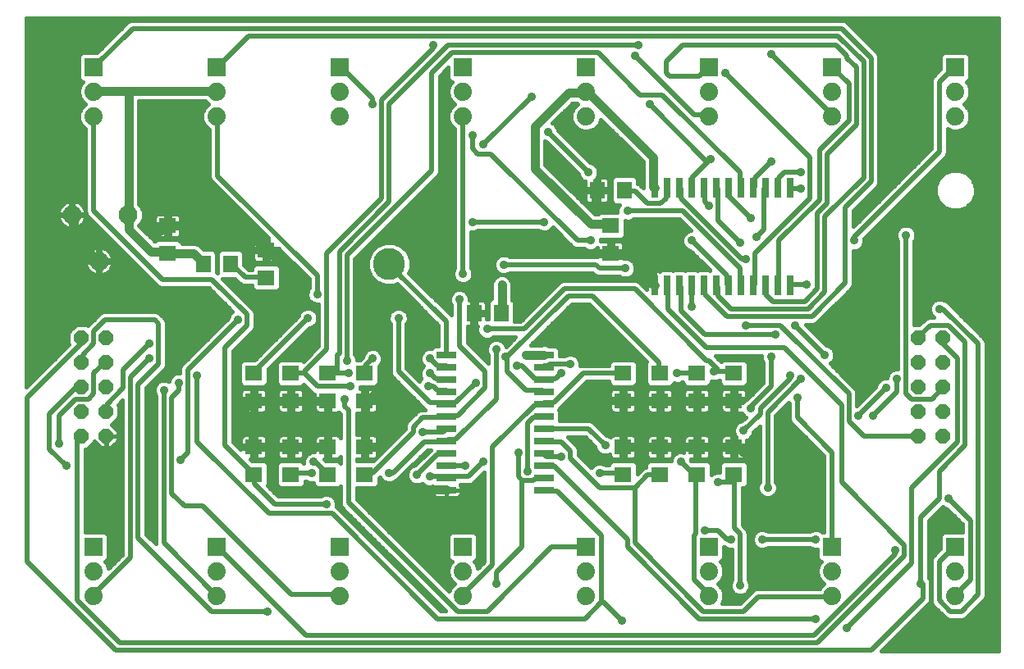
<source format=gtl>
G75*
%MOIN*%
%OFA0B0*%
%FSLAX25Y25*%
%IPPOS*%
%LPD*%
%AMOC8*
5,1,8,0,0,1.08239X$1,22.5*
%
%ADD10C,0.13000*%
%ADD11OC8,0.06000*%
%ADD12R,0.07087X0.06299*%
%ADD13R,0.06299X0.07087*%
%ADD14R,0.07400X0.07400*%
%ADD15C,0.07400*%
%ADD16C,0.07677*%
%ADD17R,0.06299X0.07098*%
%ADD18R,0.02600X0.08000*%
%ADD19R,0.08000X0.02600*%
%ADD20R,0.07098X0.06299*%
%ADD21C,0.03500*%
%ADD22C,0.03500*%
%ADD23C,0.01600*%
%ADD24C,0.02000*%
D10*
X0165000Y0161800D03*
D11*
X0050000Y0131800D03*
X0040000Y0131800D03*
X0040000Y0121800D03*
X0050000Y0121800D03*
X0050000Y0111800D03*
X0040000Y0111800D03*
X0040000Y0101800D03*
X0050000Y0101800D03*
X0050000Y0091800D03*
X0040000Y0091800D03*
X0380000Y0091800D03*
X0390000Y0091800D03*
X0390000Y0101800D03*
X0380000Y0101800D03*
X0380000Y0111800D03*
X0390000Y0111800D03*
X0390000Y0121800D03*
X0380000Y0121800D03*
X0380000Y0131800D03*
X0390000Y0131800D03*
D12*
X0255000Y0166288D03*
X0255000Y0177312D03*
X0075000Y0177312D03*
X0075000Y0166288D03*
D13*
X0199488Y0141800D03*
X0210512Y0141800D03*
D14*
X0195000Y0046800D03*
X0145000Y0046800D03*
X0095000Y0046800D03*
X0045000Y0046800D03*
X0245000Y0046800D03*
X0295000Y0046800D03*
X0345000Y0046800D03*
X0395000Y0046800D03*
X0395000Y0241800D03*
X0345000Y0241800D03*
X0295000Y0241800D03*
X0245000Y0241800D03*
X0195000Y0241800D03*
X0145000Y0241800D03*
X0095000Y0241800D03*
X0045000Y0241800D03*
D15*
X0045000Y0231800D03*
X0045000Y0221800D03*
X0095000Y0221800D03*
X0095000Y0231800D03*
X0145000Y0231800D03*
X0145000Y0221800D03*
X0195000Y0221800D03*
X0195000Y0231800D03*
X0245000Y0231800D03*
X0245000Y0221800D03*
X0295000Y0221800D03*
X0295000Y0231800D03*
X0345000Y0231800D03*
X0345000Y0221800D03*
X0395000Y0221800D03*
X0395000Y0231800D03*
X0395000Y0036800D03*
X0395000Y0026800D03*
X0345000Y0026800D03*
X0345000Y0036800D03*
X0295000Y0036800D03*
X0295000Y0026800D03*
X0245000Y0026800D03*
X0245000Y0036800D03*
X0195000Y0036800D03*
X0195000Y0026800D03*
X0145000Y0026800D03*
X0145000Y0036800D03*
X0095000Y0036800D03*
X0095000Y0026800D03*
X0045000Y0026800D03*
X0045000Y0036800D03*
D16*
X0047126Y0162902D03*
X0036102Y0181800D03*
X0058937Y0181800D03*
D17*
X0089402Y0161800D03*
X0100598Y0161800D03*
X0249402Y0191800D03*
X0260598Y0191800D03*
D18*
X0272815Y0192820D03*
X0277815Y0192820D03*
X0282815Y0192820D03*
X0287815Y0192820D03*
X0292815Y0192820D03*
X0297815Y0192820D03*
X0302815Y0192820D03*
X0307815Y0192820D03*
X0312815Y0192820D03*
X0317815Y0192820D03*
X0322815Y0192820D03*
X0327815Y0192820D03*
X0327815Y0153220D03*
X0322815Y0153220D03*
X0317815Y0153220D03*
X0312815Y0153220D03*
X0307815Y0153220D03*
X0302815Y0153220D03*
X0297815Y0153220D03*
X0292815Y0153220D03*
X0287815Y0153220D03*
X0282815Y0153220D03*
X0277815Y0153220D03*
X0272815Y0153220D03*
D19*
X0227910Y0124930D03*
X0227910Y0119930D03*
X0227910Y0114930D03*
X0227910Y0109930D03*
X0227910Y0104930D03*
X0227910Y0099930D03*
X0227910Y0094930D03*
X0227910Y0089930D03*
X0227910Y0084930D03*
X0227910Y0079930D03*
X0227910Y0074930D03*
X0227910Y0069930D03*
X0188310Y0069930D03*
X0188310Y0074930D03*
X0188310Y0079930D03*
X0188310Y0084930D03*
X0188310Y0089930D03*
X0188310Y0094930D03*
X0188310Y0099930D03*
X0188310Y0104930D03*
X0188310Y0109930D03*
X0188310Y0114930D03*
X0188310Y0119930D03*
X0188310Y0124930D03*
D20*
X0155000Y0117398D03*
X0155000Y0106202D03*
X0140000Y0106202D03*
X0140000Y0117398D03*
X0125000Y0117398D03*
X0110000Y0117398D03*
X0110000Y0106202D03*
X0125000Y0106202D03*
X0125000Y0087398D03*
X0110000Y0087398D03*
X0110000Y0076202D03*
X0125000Y0076202D03*
X0140000Y0076202D03*
X0140000Y0087398D03*
X0155000Y0087398D03*
X0155000Y0076202D03*
X0260000Y0076202D03*
X0275000Y0076202D03*
X0275000Y0087398D03*
X0260000Y0087398D03*
X0260000Y0106202D03*
X0275000Y0106202D03*
X0275000Y0117398D03*
X0260000Y0117398D03*
X0290000Y0117398D03*
X0290000Y0106202D03*
X0305000Y0106202D03*
X0305000Y0117398D03*
X0305000Y0087398D03*
X0305000Y0076202D03*
X0290000Y0076202D03*
X0290000Y0087398D03*
X0115000Y0156202D03*
X0115000Y0167398D03*
D21*
X0116250Y0166800D01*
X0122250Y0160800D01*
X0122250Y0141300D01*
X0102750Y0121800D01*
X0102750Y0102300D01*
X0105750Y0102300D01*
X0106500Y0100800D01*
X0109500Y0097800D01*
X0109500Y0088800D01*
X0110000Y0087398D01*
X0110250Y0087300D01*
X0124500Y0087300D01*
X0125000Y0087398D01*
X0126750Y0087300D01*
X0139500Y0087300D01*
X0140000Y0087398D01*
X0155000Y0087398D02*
X0156750Y0087300D01*
X0162000Y0087300D01*
X0155250Y0088050D02*
X0155000Y0087398D01*
X0155250Y0088050D02*
X0155250Y0106050D01*
X0155000Y0106202D01*
X0156750Y0106800D01*
X0163500Y0113550D01*
X0163500Y0125550D01*
X0155250Y0133800D01*
X0155250Y0166050D01*
X0161250Y0172050D01*
X0168750Y0172050D01*
X0188250Y0152550D01*
X0199500Y0152550D01*
X0199500Y0142050D01*
X0199488Y0141800D01*
X0210512Y0141800D02*
X0210750Y0142050D01*
X0210750Y0153300D01*
X0206250Y0161550D02*
X0206250Y0163800D01*
X0209250Y0166800D01*
X0241500Y0166800D01*
X0243750Y0166800D01*
X0244500Y0166050D01*
X0255000Y0166050D01*
X0255000Y0166288D01*
X0256500Y0165300D01*
X0263250Y0165300D01*
X0272250Y0156300D01*
X0272250Y0153300D01*
X0272815Y0153220D01*
X0245250Y0144300D02*
X0267000Y0122550D01*
X0267000Y0106050D01*
X0260250Y0106050D01*
X0260000Y0106202D01*
X0267000Y0106050D02*
X0267750Y0106050D01*
X0267750Y0087300D01*
X0260250Y0087300D01*
X0260000Y0087398D01*
X0267750Y0087300D02*
X0274500Y0087300D01*
X0275000Y0087398D01*
X0276750Y0087300D01*
X0289500Y0087300D01*
X0290000Y0087398D01*
X0291750Y0087300D01*
X0304500Y0087300D01*
X0305000Y0087398D01*
X0306750Y0087300D01*
X0309000Y0085050D01*
X0312000Y0085050D01*
X0305000Y0106202D02*
X0304500Y0106050D01*
X0291750Y0106050D01*
X0290000Y0106202D01*
X0289500Y0106050D01*
X0276750Y0106050D01*
X0275000Y0106202D01*
X0274500Y0106050D01*
X0267750Y0106050D01*
X0227910Y0124930D02*
X0227250Y0124800D01*
X0220500Y0124800D01*
X0199500Y0152550D02*
X0199500Y0154800D01*
X0206250Y0161550D01*
X0224250Y0200550D02*
X0246750Y0178050D01*
X0255000Y0178050D01*
X0255000Y0177312D01*
X0249000Y0183300D02*
X0249000Y0191550D01*
X0249402Y0191800D01*
X0272250Y0193050D02*
X0272815Y0192820D01*
X0272250Y0193050D02*
X0272250Y0205050D01*
X0246000Y0231300D01*
X0245000Y0231800D01*
X0244500Y0231300D01*
X0237750Y0231300D01*
X0224250Y0217800D01*
X0224250Y0200550D01*
X0115000Y0167398D02*
X0114750Y0167550D01*
X0105000Y0177300D01*
X0075000Y0177300D01*
X0075000Y0177312D01*
X0073500Y0176550D01*
X0072000Y0175050D01*
X0067500Y0175050D01*
X0059250Y0175800D02*
X0059250Y0181800D01*
X0058937Y0181800D01*
X0059250Y0183300D01*
X0059250Y0232050D01*
X0045000Y0232050D01*
X0045000Y0231800D01*
X0059250Y0232050D02*
X0094500Y0232050D01*
X0095000Y0231800D01*
X0036750Y0181800D02*
X0036102Y0181800D01*
X0036750Y0181800D02*
X0036750Y0172800D01*
X0046500Y0163050D01*
X0047126Y0162902D01*
X0059250Y0175800D02*
X0068250Y0166800D01*
X0073500Y0166800D01*
X0075000Y0166288D01*
X0075000Y0166050D01*
X0085500Y0166050D01*
X0089250Y0162300D01*
X0089402Y0161800D01*
X0110000Y0106202D02*
X0108750Y0105300D01*
X0105750Y0102300D01*
X0110000Y0106202D02*
X0110250Y0106050D01*
X0124500Y0106050D01*
X0125000Y0106202D01*
X0126750Y0106050D01*
X0139500Y0106050D01*
X0140000Y0106202D01*
X0170250Y0073800D02*
X0174000Y0070050D01*
X0188250Y0070050D01*
X0188310Y0069930D01*
D22*
X0181500Y0075300D03*
X0176250Y0076050D03*
X0170250Y0073800D03*
X0165000Y0076800D03*
X0162000Y0087300D03*
X0178500Y0093300D03*
X0195750Y0079800D03*
X0203250Y0081300D03*
X0217500Y0085050D03*
X0221250Y0077550D03*
X0234750Y0083550D03*
X0250500Y0076800D03*
X0252750Y0088050D03*
X0283500Y0081300D03*
X0298500Y0073050D03*
X0312000Y0085050D03*
X0309000Y0094050D03*
X0312000Y0103050D03*
X0330750Y0107550D03*
X0332250Y0115050D03*
X0327750Y0116550D03*
X0320250Y0124050D03*
X0321750Y0133050D03*
X0330000Y0136800D03*
X0342000Y0124800D03*
X0366750Y0111300D03*
X0371250Y0115050D03*
X0361500Y0100050D03*
X0355500Y0100050D03*
X0318750Y0070800D03*
X0293250Y0053550D03*
X0303750Y0049800D03*
X0316500Y0049800D03*
X0338250Y0049800D03*
X0370500Y0045300D03*
X0381000Y0031800D03*
X0351000Y0013800D03*
X0338250Y0017550D03*
X0307500Y0031050D03*
X0259500Y0016800D03*
X0208500Y0031800D03*
X0139500Y0064050D03*
X0133500Y0076800D03*
X0134250Y0081300D03*
X0102750Y0102300D03*
X0087000Y0116550D03*
X0079500Y0113550D03*
X0073500Y0110550D03*
X0067500Y0123300D03*
X0067500Y0129300D03*
X0103500Y0139050D03*
X0132000Y0139800D03*
X0135750Y0149550D03*
X0168750Y0139800D03*
X0193500Y0147300D03*
X0195000Y0157800D03*
X0210750Y0153300D03*
X0211500Y0161550D03*
X0198750Y0178800D03*
X0228000Y0178800D03*
X0241500Y0166800D03*
X0246750Y0171300D03*
X0261000Y0160050D03*
X0245250Y0144300D03*
X0220500Y0124800D03*
X0216750Y0120300D03*
X0212250Y0124050D03*
X0208500Y0127050D03*
X0204750Y0135300D03*
X0181500Y0123300D03*
X0181500Y0117300D03*
X0180750Y0112050D03*
X0200250Y0113550D03*
X0234750Y0117300D03*
X0238500Y0121050D03*
X0282000Y0117300D03*
X0297000Y0118050D03*
X0309750Y0136800D03*
X0288000Y0144300D03*
X0309750Y0163800D03*
X0307500Y0170550D03*
X0314250Y0172800D03*
X0312000Y0180300D03*
X0294750Y0185550D03*
X0288000Y0171300D03*
X0261750Y0183300D03*
X0249000Y0183300D03*
X0246000Y0199050D03*
X0229500Y0215550D03*
X0222750Y0229800D03*
X0198750Y0214050D03*
X0203250Y0210300D03*
X0158250Y0226800D03*
X0183000Y0250800D03*
X0264750Y0246300D03*
X0266250Y0250800D03*
X0270750Y0226800D03*
X0301500Y0239550D03*
X0320250Y0247050D03*
X0295500Y0204300D03*
X0320250Y0203550D03*
X0332250Y0199050D03*
X0332250Y0192300D03*
X0354000Y0171300D03*
X0375000Y0173550D03*
X0334500Y0153300D03*
X0388500Y0143550D03*
X0392250Y0066300D03*
X0158250Y0123300D03*
X0147750Y0122550D03*
X0148500Y0117300D03*
X0149250Y0112050D03*
X0147000Y0106800D03*
X0080250Y0082050D03*
X0033750Y0079800D03*
X0030750Y0088800D03*
X0115500Y0020550D03*
X0067500Y0175050D03*
D23*
X0066338Y0174439D02*
X0069657Y0174439D01*
X0069657Y0173925D02*
X0069779Y0173467D01*
X0070016Y0173057D01*
X0070351Y0172722D01*
X0070762Y0172485D01*
X0071220Y0172362D01*
X0074225Y0172362D01*
X0074225Y0176537D01*
X0069657Y0176537D01*
X0069657Y0173925D01*
X0070233Y0172841D02*
X0067937Y0172841D01*
X0069535Y0171242D02*
X0070008Y0171242D01*
X0069772Y0171006D02*
X0063300Y0177478D01*
X0063300Y0177482D01*
X0064141Y0178323D01*
X0065076Y0180579D01*
X0065076Y0183021D01*
X0064141Y0185277D01*
X0063300Y0186118D01*
X0063300Y0228000D01*
X0090315Y0228000D01*
X0091515Y0226800D01*
X0089913Y0225199D01*
X0089000Y0222993D01*
X0089000Y0220607D01*
X0089913Y0218401D01*
X0091601Y0216713D01*
X0091950Y0216569D01*
X0091950Y0196894D01*
X0092452Y0195681D01*
X0115785Y0172348D01*
X0115775Y0172348D01*
X0115775Y0168173D01*
X0119960Y0168173D01*
X0132450Y0155683D01*
X0132450Y0151978D01*
X0132317Y0151844D01*
X0131700Y0150356D01*
X0131700Y0148744D01*
X0132317Y0147256D01*
X0133456Y0146117D01*
X0134944Y0145500D01*
X0136200Y0145500D01*
X0136200Y0128417D01*
X0130067Y0122283D01*
X0129502Y0122848D01*
X0120498Y0122848D01*
X0119151Y0121501D01*
X0119151Y0113296D01*
X0120498Y0111949D01*
X0129502Y0111949D01*
X0130343Y0112790D01*
X0132952Y0110181D01*
X0133881Y0109252D01*
X0134651Y0108933D01*
X0134651Y0106976D01*
X0139225Y0106976D01*
X0139225Y0105427D01*
X0134651Y0105427D01*
X0134651Y0102815D01*
X0134773Y0102357D01*
X0135010Y0101947D01*
X0135346Y0101612D01*
X0135756Y0101375D01*
X0136214Y0101252D01*
X0139225Y0101252D01*
X0139225Y0105427D01*
X0140775Y0105427D01*
X0140775Y0101252D01*
X0143786Y0101252D01*
X0144244Y0101375D01*
X0144570Y0101563D01*
X0145200Y0100933D01*
X0145200Y0091289D01*
X0144990Y0091653D01*
X0144654Y0091988D01*
X0144244Y0092225D01*
X0143786Y0092348D01*
X0140775Y0092348D01*
X0140775Y0088173D01*
X0139225Y0088173D01*
X0139225Y0086624D01*
X0134651Y0086624D01*
X0134651Y0085350D01*
X0133444Y0085350D01*
X0131956Y0084733D01*
X0130817Y0083594D01*
X0130200Y0082106D01*
X0130200Y0080953D01*
X0129502Y0081651D01*
X0120498Y0081651D01*
X0119151Y0080304D01*
X0119151Y0072099D01*
X0120498Y0070752D01*
X0129502Y0070752D01*
X0130849Y0072099D01*
X0130849Y0073500D01*
X0131072Y0073500D01*
X0131206Y0073367D01*
X0132694Y0072750D01*
X0134151Y0072750D01*
X0134151Y0072099D01*
X0135498Y0070752D01*
X0144502Y0070752D01*
X0145200Y0071450D01*
X0145200Y0064144D01*
X0145702Y0062931D01*
X0187783Y0020850D01*
X0185867Y0020850D01*
X0144548Y0062169D01*
X0143619Y0063098D01*
X0143508Y0063144D01*
X0143550Y0063244D01*
X0143550Y0064856D01*
X0142933Y0066344D01*
X0141794Y0067483D01*
X0140306Y0068100D01*
X0138694Y0068100D01*
X0137206Y0067483D01*
X0137072Y0067350D01*
X0119867Y0067350D01*
X0115483Y0071733D01*
X0115849Y0072099D01*
X0115849Y0080304D01*
X0114502Y0081651D01*
X0109316Y0081651D01*
X0108518Y0082449D01*
X0109225Y0082449D01*
X0109225Y0086624D01*
X0104651Y0086624D01*
X0104651Y0086316D01*
X0101550Y0089417D01*
X0101550Y0126433D01*
X0109119Y0134002D01*
X0110048Y0134931D01*
X0110550Y0136144D01*
X0110550Y0141956D01*
X0110048Y0143169D01*
X0097266Y0155951D01*
X0102182Y0155951D01*
X0104631Y0153502D01*
X0105844Y0153000D01*
X0109151Y0153000D01*
X0109151Y0152099D01*
X0110498Y0150752D01*
X0119502Y0150752D01*
X0120849Y0152099D01*
X0120849Y0160304D01*
X0119502Y0161651D01*
X0126482Y0161651D01*
X0128080Y0160053D02*
X0120849Y0160053D01*
X0120849Y0158454D02*
X0129679Y0158454D01*
X0131277Y0156856D02*
X0120849Y0156856D01*
X0120849Y0155257D02*
X0132450Y0155257D01*
X0132450Y0153659D02*
X0120849Y0153659D01*
X0120810Y0152060D02*
X0132450Y0152060D01*
X0131744Y0150462D02*
X0102755Y0150462D01*
X0101157Y0152060D02*
X0109190Y0152060D01*
X0104475Y0153659D02*
X0099558Y0153659D01*
X0097960Y0155257D02*
X0102876Y0155257D01*
X0104354Y0148863D02*
X0131700Y0148863D01*
X0132313Y0147265D02*
X0105952Y0147265D01*
X0107551Y0145666D02*
X0134544Y0145666D01*
X0136200Y0144068D02*
X0109149Y0144068D01*
X0110338Y0142469D02*
X0128941Y0142469D01*
X0128567Y0142094D02*
X0127950Y0140606D01*
X0127950Y0140417D01*
X0110381Y0122848D01*
X0105498Y0122848D01*
X0104151Y0121501D01*
X0104151Y0113296D01*
X0105498Y0111949D01*
X0114502Y0111949D01*
X0115849Y0113296D01*
X0115849Y0118982D01*
X0132617Y0135750D01*
X0132806Y0135750D01*
X0134294Y0136367D01*
X0135433Y0137506D01*
X0136050Y0138994D01*
X0136050Y0140606D01*
X0135433Y0142094D01*
X0134294Y0143233D01*
X0132806Y0143850D01*
X0131194Y0143850D01*
X0129706Y0143233D01*
X0128567Y0142094D01*
X0128060Y0140870D02*
X0110550Y0140870D01*
X0110550Y0139272D02*
X0126805Y0139272D01*
X0125207Y0137673D02*
X0110550Y0137673D01*
X0110522Y0136075D02*
X0123608Y0136075D01*
X0122010Y0134476D02*
X0109593Y0134476D01*
X0107995Y0132878D02*
X0120411Y0132878D01*
X0118813Y0131279D02*
X0106396Y0131279D01*
X0104798Y0129681D02*
X0117214Y0129681D01*
X0115616Y0128082D02*
X0103199Y0128082D01*
X0101601Y0126484D02*
X0114017Y0126484D01*
X0112418Y0124885D02*
X0101550Y0124885D01*
X0101550Y0123287D02*
X0110820Y0123287D01*
X0104338Y0121688D02*
X0101550Y0121688D01*
X0101550Y0120090D02*
X0104151Y0120090D01*
X0104151Y0118491D02*
X0101550Y0118491D01*
X0101550Y0116893D02*
X0104151Y0116893D01*
X0104151Y0115294D02*
X0101550Y0115294D01*
X0101550Y0113696D02*
X0104151Y0113696D01*
X0105350Y0112097D02*
X0101550Y0112097D01*
X0101550Y0110499D02*
X0105053Y0110499D01*
X0105010Y0110456D02*
X0104773Y0110046D01*
X0104651Y0109588D01*
X0104651Y0106976D01*
X0109225Y0106976D01*
X0109225Y0105427D01*
X0104651Y0105427D01*
X0104651Y0102815D01*
X0104773Y0102357D01*
X0105010Y0101947D01*
X0105346Y0101612D01*
X0105756Y0101375D01*
X0106214Y0101252D01*
X0109225Y0101252D01*
X0109225Y0105427D01*
X0110775Y0105427D01*
X0110775Y0106976D01*
X0115349Y0106976D01*
X0115349Y0109588D01*
X0115227Y0110046D01*
X0114990Y0110456D01*
X0114654Y0110792D01*
X0114244Y0111029D01*
X0113786Y0111151D01*
X0110775Y0111151D01*
X0110775Y0106976D01*
X0109225Y0106976D01*
X0109225Y0111151D01*
X0106214Y0111151D01*
X0105756Y0111029D01*
X0105346Y0110792D01*
X0105010Y0110456D01*
X0104651Y0108900D02*
X0101550Y0108900D01*
X0101550Y0107302D02*
X0104651Y0107302D01*
X0104651Y0104105D02*
X0101550Y0104105D01*
X0101550Y0105703D02*
X0109225Y0105703D01*
X0110775Y0105703D02*
X0124225Y0105703D01*
X0124225Y0105427D02*
X0119651Y0105427D01*
X0119651Y0102815D01*
X0119773Y0102357D01*
X0120010Y0101947D01*
X0120346Y0101612D01*
X0120756Y0101375D01*
X0121214Y0101252D01*
X0124225Y0101252D01*
X0124225Y0105427D01*
X0124225Y0106976D01*
X0119651Y0106976D01*
X0119651Y0109588D01*
X0119773Y0110046D01*
X0120010Y0110456D01*
X0120346Y0110792D01*
X0120756Y0111029D01*
X0121214Y0111151D01*
X0124225Y0111151D01*
X0124225Y0106976D01*
X0125775Y0106976D01*
X0130349Y0106976D01*
X0130349Y0109588D01*
X0130227Y0110046D01*
X0129990Y0110456D01*
X0129654Y0110792D01*
X0129244Y0111029D01*
X0128786Y0111151D01*
X0125775Y0111151D01*
X0125775Y0106976D01*
X0125775Y0105427D01*
X0130349Y0105427D01*
X0130349Y0102815D01*
X0130227Y0102357D01*
X0129990Y0101947D01*
X0129654Y0101612D01*
X0129244Y0101375D01*
X0128786Y0101252D01*
X0125775Y0101252D01*
X0125775Y0105427D01*
X0124225Y0105427D01*
X0124225Y0104105D02*
X0125775Y0104105D01*
X0125775Y0105703D02*
X0139225Y0105703D01*
X0139225Y0104105D02*
X0140775Y0104105D01*
X0140775Y0102506D02*
X0139225Y0102506D01*
X0134734Y0102506D02*
X0130266Y0102506D01*
X0130349Y0104105D02*
X0134651Y0104105D01*
X0134651Y0107302D02*
X0130349Y0107302D01*
X0130349Y0108900D02*
X0134651Y0108900D01*
X0132634Y0110499D02*
X0129947Y0110499D01*
X0129650Y0112097D02*
X0131036Y0112097D01*
X0125775Y0110499D02*
X0124225Y0110499D01*
X0124225Y0108900D02*
X0125775Y0108900D01*
X0125775Y0107302D02*
X0124225Y0107302D01*
X0119651Y0107302D02*
X0115349Y0107302D01*
X0115349Y0108900D02*
X0119651Y0108900D01*
X0120053Y0110499D02*
X0114947Y0110499D01*
X0114650Y0112097D02*
X0120350Y0112097D01*
X0119151Y0113696D02*
X0115849Y0113696D01*
X0115849Y0115294D02*
X0119151Y0115294D01*
X0119151Y0116893D02*
X0115849Y0116893D01*
X0115849Y0118491D02*
X0119151Y0118491D01*
X0119151Y0120090D02*
X0116957Y0120090D01*
X0118555Y0121688D02*
X0119338Y0121688D01*
X0120154Y0123287D02*
X0131070Y0123287D01*
X0132668Y0124885D02*
X0121752Y0124885D01*
X0123351Y0126484D02*
X0134267Y0126484D01*
X0135866Y0128082D02*
X0124949Y0128082D01*
X0126548Y0129681D02*
X0136200Y0129681D01*
X0136200Y0131279D02*
X0128146Y0131279D01*
X0129745Y0132878D02*
X0136200Y0132878D01*
X0136200Y0134476D02*
X0131343Y0134476D01*
X0133590Y0136075D02*
X0136200Y0136075D01*
X0136200Y0137673D02*
X0135503Y0137673D01*
X0136050Y0139272D02*
X0136200Y0139272D01*
X0136200Y0140870D02*
X0135940Y0140870D01*
X0136200Y0142469D02*
X0135059Y0142469D01*
X0151050Y0142469D02*
X0165691Y0142469D01*
X0165317Y0142094D02*
X0166456Y0143233D01*
X0167944Y0143850D01*
X0169556Y0143850D01*
X0171044Y0143233D01*
X0172183Y0142094D01*
X0172800Y0140606D01*
X0172800Y0138994D01*
X0172183Y0137506D01*
X0172050Y0137372D01*
X0172050Y0119417D01*
X0177260Y0114207D01*
X0177317Y0114344D01*
X0178041Y0115068D01*
X0177450Y0116494D01*
X0177450Y0118106D01*
X0178067Y0119594D01*
X0178772Y0120300D01*
X0178067Y0121006D01*
X0177450Y0122494D01*
X0177450Y0124106D01*
X0178067Y0125594D01*
X0179206Y0126733D01*
X0180694Y0127350D01*
X0182178Y0127350D01*
X0183358Y0128530D01*
X0184950Y0128530D01*
X0184950Y0136933D01*
X0168258Y0153625D01*
X0166750Y0153000D01*
X0163250Y0153000D01*
X0160015Y0154340D01*
X0157540Y0156815D01*
X0156200Y0160050D01*
X0156200Y0163550D01*
X0157540Y0166785D01*
X0160015Y0169260D01*
X0163250Y0170600D01*
X0166750Y0170600D01*
X0169985Y0169260D01*
X0172460Y0166785D01*
X0173800Y0163550D01*
X0173800Y0160050D01*
X0173029Y0158188D01*
X0190200Y0141017D01*
X0190200Y0144872D01*
X0190067Y0145006D01*
X0189450Y0146494D01*
X0189450Y0148106D01*
X0190067Y0149594D01*
X0191206Y0150733D01*
X0192694Y0151350D01*
X0194306Y0151350D01*
X0195794Y0150733D01*
X0196933Y0149594D01*
X0197550Y0148106D01*
X0197550Y0147143D01*
X0198713Y0147143D01*
X0198713Y0142575D01*
X0200263Y0142575D01*
X0200263Y0147143D01*
X0202875Y0147143D01*
X0203333Y0147021D01*
X0203743Y0146784D01*
X0204078Y0146449D01*
X0204315Y0146038D01*
X0204438Y0145580D01*
X0204438Y0142575D01*
X0200263Y0142575D01*
X0200263Y0141025D01*
X0200263Y0136457D01*
X0200845Y0136457D01*
X0200700Y0136106D01*
X0200700Y0134494D01*
X0201317Y0133006D01*
X0202456Y0131867D01*
X0203944Y0131250D01*
X0205556Y0131250D01*
X0207044Y0131867D01*
X0207178Y0132000D01*
X0216283Y0132000D01*
X0212430Y0128146D01*
X0211933Y0129344D01*
X0210794Y0130483D01*
X0209306Y0131100D01*
X0207694Y0131100D01*
X0206206Y0130483D01*
X0205067Y0129344D01*
X0204450Y0127856D01*
X0204450Y0126244D01*
X0205067Y0124756D01*
X0205200Y0124622D01*
X0205200Y0121517D01*
X0196800Y0129917D01*
X0196800Y0136457D01*
X0198713Y0136457D01*
X0198713Y0141025D01*
X0200263Y0141025D01*
X0204438Y0141025D01*
X0204438Y0139350D01*
X0205062Y0139350D01*
X0205062Y0146296D01*
X0206410Y0147643D01*
X0206700Y0147643D01*
X0206700Y0154106D01*
X0207317Y0155594D01*
X0208456Y0156733D01*
X0209944Y0157350D01*
X0211556Y0157350D01*
X0213044Y0156733D01*
X0214183Y0155594D01*
X0214800Y0154106D01*
X0214800Y0147457D01*
X0215961Y0146296D01*
X0215961Y0138600D01*
X0218383Y0138600D01*
X0233452Y0153669D01*
X0234381Y0154598D01*
X0235594Y0155100D01*
X0265406Y0155100D01*
X0266619Y0154598D01*
X0269715Y0151502D01*
X0269715Y0153220D01*
X0272815Y0153220D01*
X0272815Y0153221D01*
X0272815Y0153221D01*
X0272815Y0159020D01*
X0274352Y0159020D01*
X0274810Y0158898D01*
X0274892Y0158850D01*
X0275562Y0159520D01*
X0280068Y0159520D01*
X0280315Y0159273D01*
X0280562Y0159520D01*
X0285068Y0159520D01*
X0285315Y0159273D01*
X0285562Y0159520D01*
X0290068Y0159520D01*
X0290315Y0159273D01*
X0290562Y0159520D01*
X0295068Y0159520D01*
X0295315Y0159273D01*
X0295337Y0159296D01*
X0287383Y0167250D01*
X0287194Y0167250D01*
X0285706Y0167867D01*
X0284567Y0169006D01*
X0283950Y0170494D01*
X0283950Y0172106D01*
X0284567Y0173594D01*
X0285706Y0174733D01*
X0287194Y0175350D01*
X0287533Y0175350D01*
X0282883Y0180000D01*
X0264178Y0180000D01*
X0264044Y0179867D01*
X0262556Y0179250D01*
X0260944Y0179250D01*
X0260843Y0179292D01*
X0260843Y0173210D01*
X0259496Y0171862D01*
X0250800Y0171862D01*
X0250800Y0171125D01*
X0251220Y0171238D01*
X0254225Y0171238D01*
X0254225Y0167063D01*
X0254225Y0165513D01*
X0249657Y0165513D01*
X0249657Y0164850D01*
X0249656Y0164850D01*
X0213928Y0164850D01*
X0213794Y0164983D01*
X0212306Y0165600D01*
X0210694Y0165600D01*
X0209206Y0164983D01*
X0208067Y0163844D01*
X0207450Y0162356D01*
X0207450Y0160744D01*
X0208067Y0159256D01*
X0209206Y0158117D01*
X0210694Y0157500D01*
X0212306Y0157500D01*
X0213794Y0158117D01*
X0213928Y0158250D01*
X0247633Y0158250D01*
X0247702Y0158181D01*
X0248631Y0157252D01*
X0249844Y0156750D01*
X0258572Y0156750D01*
X0258706Y0156617D01*
X0260194Y0156000D01*
X0261806Y0156000D01*
X0263294Y0156617D01*
X0264433Y0157756D01*
X0265050Y0159244D01*
X0265050Y0160856D01*
X0264433Y0162344D01*
X0263294Y0163483D01*
X0261806Y0164100D01*
X0260343Y0164100D01*
X0260343Y0165513D01*
X0255775Y0165513D01*
X0255775Y0167063D01*
X0260343Y0167063D01*
X0260343Y0169675D01*
X0260221Y0170133D01*
X0259984Y0170543D01*
X0259649Y0170878D01*
X0259238Y0171115D01*
X0258780Y0171238D01*
X0255775Y0171238D01*
X0255775Y0167063D01*
X0254225Y0167063D01*
X0249657Y0167063D01*
X0249657Y0168479D01*
X0249044Y0167867D01*
X0247556Y0167250D01*
X0245944Y0167250D01*
X0244456Y0167867D01*
X0244322Y0168000D01*
X0240844Y0168000D01*
X0239631Y0168502D01*
X0238702Y0169431D01*
X0238702Y0169431D01*
X0231490Y0176643D01*
X0231433Y0176506D01*
X0230294Y0175367D01*
X0228806Y0174750D01*
X0227194Y0174750D01*
X0225706Y0175367D01*
X0225572Y0175500D01*
X0201178Y0175500D01*
X0201044Y0175367D01*
X0199556Y0174750D01*
X0198300Y0174750D01*
X0198300Y0160228D01*
X0198433Y0160094D01*
X0199050Y0158606D01*
X0199050Y0156994D01*
X0198433Y0155506D01*
X0197294Y0154367D01*
X0195806Y0153750D01*
X0194194Y0153750D01*
X0192706Y0154367D01*
X0191567Y0155506D01*
X0190950Y0156994D01*
X0190950Y0158606D01*
X0191567Y0160094D01*
X0191700Y0160228D01*
X0191700Y0216673D01*
X0191601Y0216713D01*
X0189913Y0218401D01*
X0189000Y0220607D01*
X0189000Y0222993D01*
X0189913Y0225199D01*
X0191515Y0226800D01*
X0189913Y0228401D01*
X0189000Y0230607D01*
X0189000Y0232993D01*
X0189913Y0235199D01*
X0190515Y0235800D01*
X0190347Y0235800D01*
X0189000Y0237147D01*
X0189000Y0241633D01*
X0185550Y0238183D01*
X0185550Y0199144D01*
X0185048Y0197931D01*
X0151050Y0163933D01*
X0151050Y0124978D01*
X0151183Y0124844D01*
X0151800Y0123356D01*
X0151800Y0122848D01*
X0153131Y0122848D01*
X0154200Y0123917D01*
X0154200Y0124106D01*
X0154817Y0125594D01*
X0155956Y0126733D01*
X0157444Y0127350D01*
X0159056Y0127350D01*
X0160544Y0126733D01*
X0161683Y0125594D01*
X0162300Y0124106D01*
X0162300Y0122494D01*
X0161683Y0121006D01*
X0160849Y0120172D01*
X0160849Y0113296D01*
X0159502Y0111949D01*
X0153300Y0111949D01*
X0153300Y0111244D01*
X0153261Y0111151D01*
X0154225Y0111151D01*
X0154225Y0106976D01*
X0155775Y0106976D01*
X0160349Y0106976D01*
X0160349Y0109588D01*
X0160227Y0110046D01*
X0159990Y0110456D01*
X0159654Y0110792D01*
X0159244Y0111029D01*
X0158786Y0111151D01*
X0155775Y0111151D01*
X0155775Y0106976D01*
X0155775Y0105427D01*
X0160349Y0105427D01*
X0160349Y0102815D01*
X0160227Y0102357D01*
X0159990Y0101947D01*
X0159654Y0101612D01*
X0159244Y0101375D01*
X0158786Y0101252D01*
X0155775Y0101252D01*
X0155775Y0105427D01*
X0154225Y0105427D01*
X0154225Y0101252D01*
X0151800Y0101252D01*
X0151800Y0092348D01*
X0154225Y0092348D01*
X0154225Y0088173D01*
X0155775Y0088173D01*
X0160349Y0088173D01*
X0160349Y0090785D01*
X0160227Y0091243D01*
X0159990Y0091653D01*
X0159654Y0091988D01*
X0159244Y0092225D01*
X0158786Y0092348D01*
X0155775Y0092348D01*
X0155775Y0088173D01*
X0155775Y0086624D01*
X0160349Y0086624D01*
X0160349Y0084012D01*
X0160227Y0083554D01*
X0160075Y0083292D01*
X0171450Y0094667D01*
X0171450Y0096206D01*
X0171952Y0097419D01*
X0175702Y0101169D01*
X0176631Y0102098D01*
X0177844Y0102600D01*
X0179533Y0102600D01*
X0178702Y0103431D01*
X0165952Y0116181D01*
X0165450Y0117394D01*
X0165450Y0137372D01*
X0165317Y0137506D01*
X0164700Y0138994D01*
X0164700Y0140606D01*
X0165317Y0142094D01*
X0164810Y0140870D02*
X0151050Y0140870D01*
X0151050Y0139272D02*
X0164700Y0139272D01*
X0165247Y0137673D02*
X0151050Y0137673D01*
X0151050Y0136075D02*
X0165450Y0136075D01*
X0165450Y0134476D02*
X0151050Y0134476D01*
X0151050Y0132878D02*
X0165450Y0132878D01*
X0165450Y0131279D02*
X0151050Y0131279D01*
X0151050Y0129681D02*
X0165450Y0129681D01*
X0165450Y0128082D02*
X0151050Y0128082D01*
X0151050Y0126484D02*
X0155706Y0126484D01*
X0154523Y0124885D02*
X0151142Y0124885D01*
X0151800Y0123287D02*
X0153570Y0123287D01*
X0160794Y0126484D02*
X0165450Y0126484D01*
X0165450Y0124885D02*
X0161977Y0124885D01*
X0162300Y0123287D02*
X0165450Y0123287D01*
X0165450Y0121688D02*
X0161966Y0121688D01*
X0160849Y0120090D02*
X0165450Y0120090D01*
X0165450Y0118491D02*
X0160849Y0118491D01*
X0160849Y0116893D02*
X0165657Y0116893D01*
X0166839Y0115294D02*
X0160849Y0115294D01*
X0160849Y0113696D02*
X0168437Y0113696D01*
X0170036Y0112097D02*
X0159650Y0112097D01*
X0159947Y0110499D02*
X0171634Y0110499D01*
X0173233Y0108900D02*
X0160349Y0108900D01*
X0160349Y0107302D02*
X0174831Y0107302D01*
X0176430Y0105703D02*
X0155775Y0105703D01*
X0155775Y0104105D02*
X0154225Y0104105D01*
X0154225Y0102506D02*
X0155775Y0102506D01*
X0151800Y0100908D02*
X0175441Y0100908D01*
X0173842Y0099309D02*
X0151800Y0099309D01*
X0151800Y0097711D02*
X0172244Y0097711D01*
X0171450Y0096112D02*
X0151800Y0096112D01*
X0151800Y0094514D02*
X0171297Y0094514D01*
X0169698Y0092915D02*
X0151800Y0092915D01*
X0154225Y0091317D02*
X0155775Y0091317D01*
X0155775Y0089718D02*
X0154225Y0089718D01*
X0155775Y0088120D02*
X0164903Y0088120D01*
X0166501Y0089718D02*
X0160349Y0089718D01*
X0160184Y0091317D02*
X0168100Y0091317D01*
X0163304Y0086521D02*
X0160349Y0086521D01*
X0160349Y0084923D02*
X0161706Y0084923D01*
X0160107Y0083324D02*
X0160094Y0083324D01*
X0159506Y0082723D02*
X0158434Y0081651D01*
X0151800Y0081651D01*
X0151800Y0082449D01*
X0154225Y0082449D01*
X0154225Y0086624D01*
X0155775Y0086624D01*
X0155775Y0082449D01*
X0158786Y0082449D01*
X0159244Y0082571D01*
X0159506Y0082723D01*
X0158509Y0081726D02*
X0151800Y0081726D01*
X0154225Y0083324D02*
X0155775Y0083324D01*
X0155775Y0084923D02*
X0154225Y0084923D01*
X0154225Y0086521D02*
X0155775Y0086521D01*
X0145200Y0083508D02*
X0145200Y0080953D01*
X0144502Y0081651D01*
X0139316Y0081651D01*
X0138518Y0082449D01*
X0139225Y0082449D01*
X0139225Y0086624D01*
X0140775Y0086624D01*
X0140775Y0082449D01*
X0143786Y0082449D01*
X0144244Y0082571D01*
X0144654Y0082808D01*
X0144990Y0083144D01*
X0145200Y0083508D01*
X0145200Y0083324D02*
X0145094Y0083324D01*
X0145200Y0081726D02*
X0139241Y0081726D01*
X0139225Y0083324D02*
X0140775Y0083324D01*
X0140775Y0084923D02*
X0139225Y0084923D01*
X0139225Y0086521D02*
X0140775Y0086521D01*
X0139225Y0088120D02*
X0125775Y0088120D01*
X0125775Y0088173D02*
X0130349Y0088173D01*
X0130349Y0090785D01*
X0130227Y0091243D01*
X0129990Y0091653D01*
X0129654Y0091988D01*
X0129244Y0092225D01*
X0128786Y0092348D01*
X0125775Y0092348D01*
X0125775Y0088173D01*
X0125775Y0086624D01*
X0130349Y0086624D01*
X0130349Y0084012D01*
X0130227Y0083554D01*
X0129990Y0083144D01*
X0129654Y0082808D01*
X0129244Y0082571D01*
X0128786Y0082449D01*
X0125775Y0082449D01*
X0125775Y0086624D01*
X0124225Y0086624D01*
X0119651Y0086624D01*
X0119651Y0084012D01*
X0119773Y0083554D01*
X0120010Y0083144D01*
X0120346Y0082808D01*
X0120756Y0082571D01*
X0121214Y0082449D01*
X0124225Y0082449D01*
X0124225Y0086624D01*
X0124225Y0088173D01*
X0119651Y0088173D01*
X0119651Y0090785D01*
X0119773Y0091243D01*
X0120010Y0091653D01*
X0120346Y0091988D01*
X0120756Y0092225D01*
X0121214Y0092348D01*
X0124225Y0092348D01*
X0124225Y0088173D01*
X0125775Y0088173D01*
X0125775Y0089718D02*
X0124225Y0089718D01*
X0124225Y0088120D02*
X0110775Y0088120D01*
X0110775Y0088173D02*
X0115349Y0088173D01*
X0115349Y0090785D01*
X0115227Y0091243D01*
X0114990Y0091653D01*
X0114654Y0091988D01*
X0114244Y0092225D01*
X0113786Y0092348D01*
X0110775Y0092348D01*
X0110775Y0088173D01*
X0110775Y0086624D01*
X0115349Y0086624D01*
X0115349Y0084012D01*
X0115227Y0083554D01*
X0114990Y0083144D01*
X0114654Y0082808D01*
X0114244Y0082571D01*
X0113786Y0082449D01*
X0110775Y0082449D01*
X0110775Y0086624D01*
X0109225Y0086624D01*
X0109225Y0088173D01*
X0104651Y0088173D01*
X0104651Y0090785D01*
X0104773Y0091243D01*
X0105010Y0091653D01*
X0105346Y0091988D01*
X0105756Y0092225D01*
X0106214Y0092348D01*
X0109225Y0092348D01*
X0109225Y0088173D01*
X0110775Y0088173D01*
X0110775Y0089718D02*
X0109225Y0089718D01*
X0109225Y0088120D02*
X0102847Y0088120D01*
X0101550Y0089718D02*
X0104651Y0089718D01*
X0104816Y0091317D02*
X0101550Y0091317D01*
X0101550Y0092915D02*
X0145200Y0092915D01*
X0145184Y0091317D02*
X0145200Y0091317D01*
X0140775Y0091317D02*
X0139225Y0091317D01*
X0139225Y0092348D02*
X0136214Y0092348D01*
X0135756Y0092225D01*
X0135346Y0091988D01*
X0135010Y0091653D01*
X0134773Y0091243D01*
X0134651Y0090785D01*
X0134651Y0088173D01*
X0139225Y0088173D01*
X0139225Y0092348D01*
X0139225Y0089718D02*
X0140775Y0089718D01*
X0134651Y0089718D02*
X0130349Y0089718D01*
X0130184Y0091317D02*
X0134816Y0091317D01*
X0134651Y0086521D02*
X0130349Y0086521D01*
X0130349Y0084923D02*
X0132413Y0084923D01*
X0130705Y0083324D02*
X0130094Y0083324D01*
X0130200Y0081726D02*
X0109241Y0081726D01*
X0109225Y0083324D02*
X0110775Y0083324D01*
X0110775Y0084923D02*
X0109225Y0084923D01*
X0109225Y0086521D02*
X0110775Y0086521D01*
X0115349Y0086521D02*
X0119651Y0086521D01*
X0119651Y0084923D02*
X0115349Y0084923D01*
X0115094Y0083324D02*
X0119906Y0083324D01*
X0124225Y0083324D02*
X0125775Y0083324D01*
X0125775Y0084923D02*
X0124225Y0084923D01*
X0124225Y0086521D02*
X0125775Y0086521D01*
X0125775Y0091317D02*
X0124225Y0091317D01*
X0119816Y0091317D02*
X0115184Y0091317D01*
X0115349Y0089718D02*
X0119651Y0089718D01*
X0110775Y0091317D02*
X0109225Y0091317D01*
X0104651Y0086521D02*
X0104446Y0086521D01*
X0101550Y0094514D02*
X0145200Y0094514D01*
X0145200Y0096112D02*
X0101550Y0096112D01*
X0101550Y0097711D02*
X0145200Y0097711D01*
X0145200Y0099309D02*
X0101550Y0099309D01*
X0101550Y0100908D02*
X0145200Y0100908D01*
X0154225Y0107302D02*
X0155775Y0107302D01*
X0155775Y0108900D02*
X0154225Y0108900D01*
X0154225Y0110499D02*
X0155775Y0110499D01*
X0160349Y0104105D02*
X0178028Y0104105D01*
X0177617Y0102506D02*
X0160266Y0102506D01*
X0176173Y0115294D02*
X0177947Y0115294D01*
X0177450Y0116893D02*
X0174574Y0116893D01*
X0172976Y0118491D02*
X0177610Y0118491D01*
X0178562Y0120090D02*
X0172050Y0120090D01*
X0172050Y0121688D02*
X0177784Y0121688D01*
X0177450Y0123287D02*
X0172050Y0123287D01*
X0172050Y0124885D02*
X0177773Y0124885D01*
X0178956Y0126484D02*
X0172050Y0126484D01*
X0172050Y0128082D02*
X0182910Y0128082D01*
X0184950Y0129681D02*
X0172050Y0129681D01*
X0172050Y0131279D02*
X0184950Y0131279D01*
X0184950Y0132878D02*
X0172050Y0132878D01*
X0172050Y0134476D02*
X0184950Y0134476D01*
X0184950Y0136075D02*
X0172050Y0136075D01*
X0172253Y0137673D02*
X0184210Y0137673D01*
X0182611Y0139272D02*
X0172800Y0139272D01*
X0172690Y0140870D02*
X0181013Y0140870D01*
X0179414Y0142469D02*
X0171809Y0142469D01*
X0176217Y0145666D02*
X0151050Y0145666D01*
X0151050Y0144068D02*
X0177816Y0144068D01*
X0174619Y0147265D02*
X0151050Y0147265D01*
X0151050Y0148863D02*
X0173020Y0148863D01*
X0171422Y0150462D02*
X0151050Y0150462D01*
X0151050Y0152060D02*
X0169823Y0152060D01*
X0174361Y0156856D02*
X0191007Y0156856D01*
X0190950Y0158454D02*
X0173139Y0158454D01*
X0173800Y0160053D02*
X0191549Y0160053D01*
X0191700Y0161651D02*
X0173800Y0161651D01*
X0173800Y0163250D02*
X0191700Y0163250D01*
X0191700Y0164848D02*
X0173262Y0164848D01*
X0172600Y0166447D02*
X0191700Y0166447D01*
X0191700Y0168045D02*
X0171200Y0168045D01*
X0169059Y0169644D02*
X0191700Y0169644D01*
X0191700Y0171242D02*
X0158359Y0171242D01*
X0156761Y0169644D02*
X0160941Y0169644D01*
X0158800Y0168045D02*
X0155162Y0168045D01*
X0153564Y0166447D02*
X0157400Y0166447D01*
X0156738Y0164848D02*
X0151965Y0164848D01*
X0151050Y0163250D02*
X0156200Y0163250D01*
X0156200Y0161651D02*
X0151050Y0161651D01*
X0151050Y0160053D02*
X0156200Y0160053D01*
X0156861Y0158454D02*
X0151050Y0158454D01*
X0151050Y0156856D02*
X0157523Y0156856D01*
X0159098Y0155257D02*
X0151050Y0155257D01*
X0151050Y0153659D02*
X0161660Y0153659D01*
X0175960Y0155257D02*
X0191815Y0155257D01*
X0190934Y0150462D02*
X0180755Y0150462D01*
X0179157Y0152060D02*
X0206700Y0152060D01*
X0206700Y0150462D02*
X0196066Y0150462D01*
X0197236Y0148863D02*
X0206700Y0148863D01*
X0206031Y0147265D02*
X0197550Y0147265D01*
X0198713Y0145666D02*
X0200263Y0145666D01*
X0200263Y0144068D02*
X0198713Y0144068D01*
X0200263Y0142469D02*
X0205062Y0142469D01*
X0205062Y0144068D02*
X0204438Y0144068D01*
X0204415Y0145666D02*
X0205062Y0145666D01*
X0205062Y0140870D02*
X0204438Y0140870D01*
X0200263Y0140870D02*
X0198713Y0140870D01*
X0198713Y0139272D02*
X0200263Y0139272D01*
X0200263Y0137673D02*
X0198713Y0137673D01*
X0196800Y0136075D02*
X0200700Y0136075D01*
X0200707Y0134476D02*
X0196800Y0134476D01*
X0196800Y0132878D02*
X0201445Y0132878D01*
X0203873Y0131279D02*
X0196800Y0131279D01*
X0197036Y0129681D02*
X0205403Y0129681D01*
X0205627Y0131279D02*
X0215563Y0131279D01*
X0213964Y0129681D02*
X0211597Y0129681D01*
X0204544Y0128082D02*
X0198634Y0128082D01*
X0200233Y0126484D02*
X0204450Y0126484D01*
X0205013Y0124885D02*
X0201832Y0124885D01*
X0203430Y0123287D02*
X0205200Y0123287D01*
X0205200Y0121688D02*
X0205029Y0121688D01*
X0222467Y0128850D02*
X0239117Y0145500D01*
X0246133Y0145500D01*
X0269642Y0121992D01*
X0269151Y0121501D01*
X0269151Y0113296D01*
X0270498Y0111949D01*
X0279502Y0111949D01*
X0280849Y0113296D01*
X0280849Y0113393D01*
X0281194Y0113250D01*
X0282806Y0113250D01*
X0284151Y0113807D01*
X0284151Y0113296D01*
X0285498Y0111949D01*
X0294502Y0111949D01*
X0295849Y0113296D01*
X0295849Y0114143D01*
X0296194Y0114000D01*
X0297806Y0114000D01*
X0299151Y0114557D01*
X0299151Y0113296D01*
X0300498Y0111949D01*
X0309502Y0111949D01*
X0310849Y0113296D01*
X0310849Y0121501D01*
X0309502Y0122848D01*
X0300498Y0122848D01*
X0299808Y0122158D01*
X0297467Y0124500D01*
X0316200Y0124500D01*
X0316200Y0123244D01*
X0316817Y0121756D01*
X0316950Y0121622D01*
X0316950Y0113417D01*
X0310236Y0106703D01*
X0309706Y0106483D01*
X0308649Y0105427D01*
X0305775Y0105427D01*
X0305775Y0106976D01*
X0310349Y0106976D01*
X0310349Y0109588D01*
X0310227Y0110046D01*
X0309990Y0110456D01*
X0309654Y0110792D01*
X0309244Y0111029D01*
X0308786Y0111151D01*
X0305775Y0111151D01*
X0305775Y0106976D01*
X0304225Y0106976D01*
X0304225Y0105427D01*
X0299651Y0105427D01*
X0299651Y0102815D01*
X0299773Y0102357D01*
X0300010Y0101947D01*
X0300346Y0101612D01*
X0300756Y0101375D01*
X0301214Y0101252D01*
X0304225Y0101252D01*
X0304225Y0105427D01*
X0305775Y0105427D01*
X0305775Y0101252D01*
X0308361Y0101252D01*
X0308567Y0100756D01*
X0309706Y0099617D01*
X0309843Y0099560D01*
X0308383Y0098100D01*
X0308194Y0098100D01*
X0306706Y0097483D01*
X0305567Y0096344D01*
X0304950Y0094856D01*
X0304950Y0093244D01*
X0305567Y0091756D01*
X0305775Y0091548D01*
X0305775Y0088173D01*
X0310349Y0088173D01*
X0310349Y0090225D01*
X0311294Y0090617D01*
X0312433Y0091756D01*
X0313050Y0093244D01*
X0313050Y0093433D01*
X0315450Y0095833D01*
X0315450Y0073228D01*
X0315317Y0073094D01*
X0314700Y0071606D01*
X0314700Y0069994D01*
X0315317Y0068506D01*
X0316456Y0067367D01*
X0317944Y0066750D01*
X0319556Y0066750D01*
X0321044Y0067367D01*
X0322183Y0068506D01*
X0322800Y0069994D01*
X0322800Y0071606D01*
X0322183Y0073094D01*
X0322050Y0073228D01*
X0322050Y0100183D01*
X0327260Y0105393D01*
X0327317Y0105256D01*
X0327450Y0105122D01*
X0327450Y0098644D01*
X0327952Y0097431D01*
X0341700Y0083683D01*
X0341700Y0052800D01*
X0340978Y0052800D01*
X0340544Y0053233D01*
X0339056Y0053850D01*
X0337444Y0053850D01*
X0335956Y0053233D01*
X0335822Y0053100D01*
X0318928Y0053100D01*
X0318794Y0053233D01*
X0317306Y0053850D01*
X0315694Y0053850D01*
X0314206Y0053233D01*
X0313067Y0052094D01*
X0312450Y0050606D01*
X0312450Y0048994D01*
X0313067Y0047506D01*
X0314206Y0046367D01*
X0315694Y0045750D01*
X0317306Y0045750D01*
X0318794Y0046367D01*
X0318928Y0046500D01*
X0335822Y0046500D01*
X0335956Y0046367D01*
X0337444Y0045750D01*
X0339000Y0045750D01*
X0339000Y0042147D01*
X0340347Y0040800D01*
X0340515Y0040800D01*
X0339913Y0040199D01*
X0339000Y0037993D01*
X0339000Y0035607D01*
X0339913Y0033401D01*
X0341515Y0031800D01*
X0339913Y0030199D01*
X0339769Y0029850D01*
X0314344Y0029850D01*
X0313131Y0029348D01*
X0307633Y0023850D01*
X0300272Y0023850D01*
X0301000Y0025607D01*
X0301000Y0027993D01*
X0300087Y0030199D01*
X0298485Y0031800D01*
X0300087Y0033401D01*
X0301000Y0035607D01*
X0301000Y0037993D01*
X0300087Y0040199D01*
X0299485Y0040800D01*
X0299653Y0040800D01*
X0301000Y0042147D01*
X0301000Y0046746D01*
X0301131Y0046692D01*
X0301456Y0046367D01*
X0302944Y0045750D01*
X0304200Y0045750D01*
X0304200Y0033478D01*
X0304067Y0033344D01*
X0303450Y0031856D01*
X0303450Y0030244D01*
X0304067Y0028756D01*
X0305206Y0027617D01*
X0306694Y0027000D01*
X0308306Y0027000D01*
X0309794Y0027617D01*
X0310933Y0028756D01*
X0311550Y0030244D01*
X0311550Y0031856D01*
X0310933Y0033344D01*
X0310800Y0033478D01*
X0310800Y0052706D01*
X0310298Y0053919D01*
X0309369Y0054848D01*
X0308550Y0055667D01*
X0308550Y0070752D01*
X0309502Y0070752D01*
X0310849Y0072099D01*
X0310849Y0080304D01*
X0309502Y0081651D01*
X0300498Y0081651D01*
X0299151Y0080304D01*
X0299151Y0077100D01*
X0297694Y0077100D01*
X0296206Y0076483D01*
X0295849Y0076127D01*
X0295849Y0080304D01*
X0294502Y0081651D01*
X0287816Y0081651D01*
X0287550Y0081917D01*
X0287550Y0082106D01*
X0287408Y0082449D01*
X0289225Y0082449D01*
X0289225Y0086624D01*
X0284651Y0086624D01*
X0284651Y0085207D01*
X0284306Y0085350D01*
X0282694Y0085350D01*
X0281206Y0084733D01*
X0280300Y0083827D01*
X0280349Y0084012D01*
X0280349Y0086624D01*
X0275775Y0086624D01*
X0275775Y0088173D01*
X0280349Y0088173D01*
X0280349Y0090785D01*
X0280227Y0091243D01*
X0279990Y0091653D01*
X0279654Y0091988D01*
X0279244Y0092225D01*
X0278786Y0092348D01*
X0275775Y0092348D01*
X0275775Y0088173D01*
X0274225Y0088173D01*
X0274225Y0086624D01*
X0269651Y0086624D01*
X0269651Y0084012D01*
X0269773Y0083554D01*
X0270010Y0083144D01*
X0270346Y0082808D01*
X0270756Y0082571D01*
X0271214Y0082449D01*
X0274225Y0082449D01*
X0274225Y0086624D01*
X0275775Y0086624D01*
X0275775Y0082449D01*
X0278786Y0082449D01*
X0279244Y0082571D01*
X0279654Y0082808D01*
X0279802Y0082956D01*
X0279450Y0082106D01*
X0279450Y0081651D01*
X0270498Y0081651D01*
X0269151Y0080304D01*
X0269151Y0079270D01*
X0268131Y0078848D01*
X0265849Y0076566D01*
X0265849Y0080304D01*
X0264502Y0081651D01*
X0255498Y0081651D01*
X0254151Y0080304D01*
X0254151Y0080100D01*
X0252928Y0080100D01*
X0252794Y0080233D01*
X0251306Y0080850D01*
X0249694Y0080850D01*
X0248206Y0080233D01*
X0247067Y0079094D01*
X0247010Y0078957D01*
X0241800Y0084167D01*
X0241800Y0086456D01*
X0241298Y0087669D01*
X0237548Y0091419D01*
X0237467Y0091500D01*
X0244633Y0091500D01*
X0248700Y0087433D01*
X0248700Y0087244D01*
X0249317Y0085756D01*
X0250456Y0084617D01*
X0251944Y0084000D01*
X0253556Y0084000D01*
X0254651Y0084454D01*
X0254651Y0084012D01*
X0254773Y0083554D01*
X0255010Y0083144D01*
X0255346Y0082808D01*
X0255756Y0082571D01*
X0256214Y0082449D01*
X0259225Y0082449D01*
X0259225Y0086624D01*
X0260775Y0086624D01*
X0260775Y0088173D01*
X0265349Y0088173D01*
X0265349Y0090785D01*
X0265227Y0091243D01*
X0264990Y0091653D01*
X0264654Y0091988D01*
X0264244Y0092225D01*
X0263786Y0092348D01*
X0260775Y0092348D01*
X0260775Y0088173D01*
X0259225Y0088173D01*
X0259225Y0092348D01*
X0256214Y0092348D01*
X0255756Y0092225D01*
X0255346Y0091988D01*
X0255010Y0091653D01*
X0254938Y0091527D01*
X0253556Y0092100D01*
X0253367Y0092100D01*
X0247869Y0097598D01*
X0246656Y0098100D01*
X0234210Y0098100D01*
X0234210Y0102183D01*
X0233963Y0102430D01*
X0234210Y0102677D01*
X0234210Y0103093D01*
X0234548Y0103431D01*
X0245117Y0114000D01*
X0254151Y0114000D01*
X0254151Y0113296D01*
X0255498Y0111949D01*
X0264502Y0111949D01*
X0265849Y0113296D01*
X0265849Y0121501D01*
X0264502Y0122848D01*
X0255498Y0122848D01*
X0254151Y0121501D01*
X0254151Y0120600D01*
X0243094Y0120600D01*
X0242550Y0120375D01*
X0242550Y0121856D01*
X0241933Y0123344D01*
X0240794Y0124483D01*
X0239306Y0125100D01*
X0237694Y0125100D01*
X0236206Y0124483D01*
X0236072Y0124350D01*
X0234210Y0124350D01*
X0234210Y0127183D01*
X0232863Y0128530D01*
X0229814Y0128530D01*
X0229498Y0128742D01*
X0227919Y0129059D01*
X0226855Y0128850D01*
X0222467Y0128850D01*
X0223298Y0129681D02*
X0261952Y0129681D01*
X0260354Y0131279D02*
X0224896Y0131279D01*
X0226495Y0132878D02*
X0258755Y0132878D01*
X0257157Y0134476D02*
X0228093Y0134476D01*
X0229692Y0136075D02*
X0255558Y0136075D01*
X0253960Y0137673D02*
X0231290Y0137673D01*
X0232889Y0139272D02*
X0252361Y0139272D01*
X0250763Y0140870D02*
X0234487Y0140870D01*
X0236086Y0142469D02*
X0249164Y0142469D01*
X0247566Y0144068D02*
X0237684Y0144068D01*
X0230245Y0150462D02*
X0214800Y0150462D01*
X0214800Y0152060D02*
X0231843Y0152060D01*
X0233442Y0153659D02*
X0214800Y0153659D01*
X0214323Y0155257D02*
X0269715Y0155257D01*
X0269715Y0153659D02*
X0267558Y0153659D01*
X0269715Y0153221D02*
X0272815Y0153221D01*
X0272815Y0159020D01*
X0271278Y0159020D01*
X0270820Y0158898D01*
X0270410Y0158661D01*
X0270075Y0158326D01*
X0269838Y0157915D01*
X0269715Y0157457D01*
X0269715Y0153221D01*
X0269715Y0152060D02*
X0269157Y0152060D01*
X0272815Y0153659D02*
X0272815Y0153659D01*
X0272815Y0155257D02*
X0272815Y0155257D01*
X0272815Y0156856D02*
X0272815Y0156856D01*
X0272815Y0158454D02*
X0272815Y0158454D01*
X0270203Y0158454D02*
X0264723Y0158454D01*
X0265050Y0160053D02*
X0294580Y0160053D01*
X0292982Y0161651D02*
X0264720Y0161651D01*
X0263528Y0163250D02*
X0291383Y0163250D01*
X0289785Y0164848D02*
X0260343Y0164848D01*
X0260343Y0168045D02*
X0285527Y0168045D01*
X0284302Y0169644D02*
X0260343Y0169644D01*
X0260474Y0172841D02*
X0284255Y0172841D01*
X0283950Y0171242D02*
X0250800Y0171242D01*
X0249657Y0168045D02*
X0249223Y0168045D01*
X0254225Y0168045D02*
X0255775Y0168045D01*
X0255775Y0166447D02*
X0288186Y0166447D01*
X0285412Y0174439D02*
X0260843Y0174439D01*
X0260843Y0176038D02*
X0286845Y0176038D01*
X0285247Y0177636D02*
X0260843Y0177636D01*
X0260843Y0179235D02*
X0283648Y0179235D01*
X0268200Y0192767D02*
X0266619Y0194348D01*
X0266048Y0194584D01*
X0266048Y0196302D01*
X0264701Y0197649D01*
X0256496Y0197649D01*
X0255149Y0196302D01*
X0255149Y0187298D01*
X0256496Y0185951D01*
X0258673Y0185951D01*
X0258317Y0185594D01*
X0257700Y0184106D01*
X0257700Y0182761D01*
X0250504Y0182761D01*
X0249843Y0182100D01*
X0248428Y0182100D01*
X0228300Y0202228D01*
X0228300Y0211663D01*
X0228694Y0211500D01*
X0228883Y0211500D01*
X0241950Y0198433D01*
X0241950Y0198244D01*
X0242567Y0196756D01*
X0243706Y0195617D01*
X0244452Y0195308D01*
X0244452Y0192575D01*
X0248627Y0192575D01*
X0248627Y0195949D01*
X0249433Y0196756D01*
X0250050Y0198244D01*
X0250050Y0199856D01*
X0249433Y0201344D01*
X0248294Y0202483D01*
X0246806Y0203100D01*
X0246617Y0203100D01*
X0233550Y0216167D01*
X0233550Y0216356D01*
X0232933Y0217844D01*
X0231794Y0218983D01*
X0231346Y0219169D01*
X0239428Y0227250D01*
X0241065Y0227250D01*
X0241515Y0226800D01*
X0239913Y0225199D01*
X0239000Y0222993D01*
X0239000Y0220607D01*
X0239913Y0218401D01*
X0241601Y0216713D01*
X0243807Y0215800D01*
X0246193Y0215800D01*
X0248399Y0216713D01*
X0250087Y0218401D01*
X0250990Y0220582D01*
X0268200Y0203372D01*
X0268200Y0193841D01*
X0268195Y0193828D01*
X0268200Y0193037D01*
X0268200Y0192767D01*
X0268196Y0193621D02*
X0267346Y0193621D01*
X0268200Y0195220D02*
X0266048Y0195220D01*
X0265532Y0196818D02*
X0268200Y0196818D01*
X0268200Y0198417D02*
X0250050Y0198417D01*
X0250176Y0197149D02*
X0250176Y0192575D01*
X0248627Y0192575D01*
X0248627Y0191025D01*
X0250176Y0191025D01*
X0250176Y0186451D01*
X0252788Y0186451D01*
X0253246Y0186573D01*
X0253656Y0186810D01*
X0253992Y0187146D01*
X0254229Y0187556D01*
X0254351Y0188014D01*
X0254351Y0191025D01*
X0250176Y0191025D01*
X0250176Y0192575D01*
X0254351Y0192575D01*
X0254351Y0195586D01*
X0254229Y0196044D01*
X0253992Y0196454D01*
X0253656Y0196790D01*
X0253246Y0197027D01*
X0252788Y0197149D01*
X0250176Y0197149D01*
X0250176Y0196818D02*
X0249459Y0196818D01*
X0250176Y0195220D02*
X0248627Y0195220D01*
X0248627Y0193621D02*
X0250176Y0193621D01*
X0250176Y0192023D02*
X0255149Y0192023D01*
X0255149Y0193621D02*
X0254351Y0193621D01*
X0254351Y0195220D02*
X0255149Y0195220D01*
X0255665Y0196818D02*
X0253606Y0196818D01*
X0249984Y0200015D02*
X0268200Y0200015D01*
X0268200Y0201614D02*
X0249164Y0201614D01*
X0246504Y0203212D02*
X0268200Y0203212D01*
X0266761Y0204811D02*
X0244906Y0204811D01*
X0243307Y0206409D02*
X0265163Y0206409D01*
X0263564Y0208008D02*
X0241709Y0208008D01*
X0240110Y0209606D02*
X0261966Y0209606D01*
X0260367Y0211205D02*
X0238512Y0211205D01*
X0236913Y0212803D02*
X0258769Y0212803D01*
X0257170Y0214402D02*
X0235315Y0214402D01*
X0233716Y0216001D02*
X0243322Y0216001D01*
X0240716Y0217599D02*
X0233035Y0217599D01*
X0231375Y0219198D02*
X0239584Y0219198D01*
X0239000Y0220796D02*
X0232974Y0220796D01*
X0234572Y0222395D02*
X0239000Y0222395D01*
X0239414Y0223993D02*
X0236171Y0223993D01*
X0237769Y0225592D02*
X0240306Y0225592D01*
X0241125Y0227190D02*
X0239368Y0227190D01*
X0250416Y0219198D02*
X0252375Y0219198D01*
X0253973Y0217599D02*
X0249284Y0217599D01*
X0246678Y0216001D02*
X0255572Y0216001D01*
X0238769Y0201614D02*
X0228914Y0201614D01*
X0228300Y0203212D02*
X0237171Y0203212D01*
X0235572Y0204811D02*
X0228300Y0204811D01*
X0228300Y0206409D02*
X0233974Y0206409D01*
X0232375Y0208008D02*
X0228300Y0208008D01*
X0228300Y0209606D02*
X0230777Y0209606D01*
X0229178Y0211205D02*
X0228300Y0211205D01*
X0230512Y0200015D02*
X0240368Y0200015D01*
X0241950Y0198417D02*
X0232111Y0198417D01*
X0233709Y0196818D02*
X0242541Y0196818D01*
X0244452Y0195220D02*
X0235308Y0195220D01*
X0236906Y0193621D02*
X0244452Y0193621D01*
X0244452Y0191025D02*
X0244452Y0188014D01*
X0244575Y0187556D01*
X0244812Y0187146D01*
X0245147Y0186810D01*
X0245557Y0186573D01*
X0246015Y0186451D01*
X0248627Y0186451D01*
X0248627Y0191025D01*
X0244452Y0191025D01*
X0244452Y0190424D02*
X0240103Y0190424D01*
X0241702Y0188826D02*
X0244452Y0188826D01*
X0244764Y0187227D02*
X0243300Y0187227D01*
X0244899Y0185629D02*
X0258351Y0185629D01*
X0257700Y0184030D02*
X0246497Y0184030D01*
X0248096Y0182432D02*
X0250174Y0182432D01*
X0250176Y0187227D02*
X0248627Y0187227D01*
X0248627Y0188826D02*
X0250176Y0188826D01*
X0250176Y0190424D02*
X0248627Y0190424D01*
X0248627Y0192023D02*
X0238505Y0192023D01*
X0254039Y0187227D02*
X0255220Y0187227D01*
X0255149Y0188826D02*
X0254351Y0188826D01*
X0254351Y0190424D02*
X0255149Y0190424D01*
X0235292Y0172841D02*
X0198300Y0172841D01*
X0198300Y0174439D02*
X0233694Y0174439D01*
X0232095Y0176038D02*
X0230965Y0176038D01*
X0236891Y0171242D02*
X0198300Y0171242D01*
X0198300Y0169644D02*
X0238489Y0169644D01*
X0240735Y0168045D02*
X0198300Y0168045D01*
X0198300Y0166447D02*
X0254225Y0166447D01*
X0254225Y0169644D02*
X0255775Y0169644D01*
X0249589Y0156856D02*
X0212749Y0156856D01*
X0208751Y0156856D02*
X0198992Y0156856D01*
X0199050Y0158454D02*
X0208868Y0158454D01*
X0207737Y0160053D02*
X0198451Y0160053D01*
X0198300Y0161651D02*
X0207450Y0161651D01*
X0207820Y0163250D02*
X0198300Y0163250D01*
X0198300Y0164848D02*
X0209071Y0164848D01*
X0207177Y0155257D02*
X0198185Y0155257D01*
X0206700Y0153659D02*
X0177558Y0153659D01*
X0182354Y0148863D02*
X0189764Y0148863D01*
X0189450Y0147265D02*
X0183952Y0147265D01*
X0185551Y0145666D02*
X0189793Y0145666D01*
X0190200Y0144068D02*
X0187149Y0144068D01*
X0188748Y0142469D02*
X0190200Y0142469D01*
X0214993Y0147265D02*
X0227048Y0147265D01*
X0228646Y0148863D02*
X0214800Y0148863D01*
X0215961Y0145666D02*
X0225449Y0145666D01*
X0223851Y0144068D02*
X0215961Y0144068D01*
X0215961Y0142469D02*
X0222252Y0142469D01*
X0220654Y0140870D02*
X0215961Y0140870D01*
X0215961Y0139272D02*
X0219055Y0139272D01*
X0233310Y0128082D02*
X0263551Y0128082D01*
X0265149Y0126484D02*
X0234210Y0126484D01*
X0234210Y0124885D02*
X0237176Y0124885D01*
X0239824Y0124885D02*
X0266748Y0124885D01*
X0268346Y0123287D02*
X0241957Y0123287D01*
X0242550Y0121688D02*
X0254338Y0121688D01*
X0265662Y0121688D02*
X0269338Y0121688D01*
X0269151Y0120090D02*
X0265849Y0120090D01*
X0265849Y0118491D02*
X0269151Y0118491D01*
X0269151Y0116893D02*
X0265849Y0116893D01*
X0265849Y0115294D02*
X0269151Y0115294D01*
X0269151Y0113696D02*
X0265849Y0113696D01*
X0264650Y0112097D02*
X0270350Y0112097D01*
X0270756Y0111029D02*
X0270346Y0110792D01*
X0270010Y0110456D01*
X0269773Y0110046D01*
X0269651Y0109588D01*
X0269651Y0106976D01*
X0274225Y0106976D01*
X0274225Y0105427D01*
X0269651Y0105427D01*
X0269651Y0102815D01*
X0269773Y0102357D01*
X0270010Y0101947D01*
X0270346Y0101612D01*
X0270756Y0101375D01*
X0271214Y0101252D01*
X0274225Y0101252D01*
X0274225Y0105427D01*
X0275775Y0105427D01*
X0275775Y0106976D01*
X0280349Y0106976D01*
X0280349Y0109588D01*
X0280227Y0110046D01*
X0279990Y0110456D01*
X0279654Y0110792D01*
X0279244Y0111029D01*
X0278786Y0111151D01*
X0275775Y0111151D01*
X0275775Y0106976D01*
X0274225Y0106976D01*
X0274225Y0111151D01*
X0271214Y0111151D01*
X0270756Y0111029D01*
X0270053Y0110499D02*
X0264947Y0110499D01*
X0264990Y0110456D02*
X0264654Y0110792D01*
X0264244Y0111029D01*
X0263786Y0111151D01*
X0260775Y0111151D01*
X0260775Y0106976D01*
X0265349Y0106976D01*
X0265349Y0109588D01*
X0265227Y0110046D01*
X0264990Y0110456D01*
X0265349Y0108900D02*
X0269651Y0108900D01*
X0269651Y0107302D02*
X0265349Y0107302D01*
X0265349Y0105427D02*
X0260775Y0105427D01*
X0260775Y0106976D01*
X0259225Y0106976D01*
X0259225Y0105427D01*
X0254651Y0105427D01*
X0254651Y0102815D01*
X0254773Y0102357D01*
X0255010Y0101947D01*
X0255346Y0101612D01*
X0255756Y0101375D01*
X0256214Y0101252D01*
X0259225Y0101252D01*
X0259225Y0105427D01*
X0260775Y0105427D01*
X0260775Y0101252D01*
X0263786Y0101252D01*
X0264244Y0101375D01*
X0264654Y0101612D01*
X0264990Y0101947D01*
X0265227Y0102357D01*
X0265349Y0102815D01*
X0265349Y0105427D01*
X0265349Y0104105D02*
X0269651Y0104105D01*
X0269734Y0102506D02*
X0265266Y0102506D01*
X0260775Y0102506D02*
X0259225Y0102506D01*
X0259225Y0104105D02*
X0260775Y0104105D01*
X0260775Y0105703D02*
X0274225Y0105703D01*
X0275775Y0105703D02*
X0289225Y0105703D01*
X0289225Y0105427D02*
X0284651Y0105427D01*
X0284651Y0102815D01*
X0284773Y0102357D01*
X0285010Y0101947D01*
X0285346Y0101612D01*
X0285756Y0101375D01*
X0286214Y0101252D01*
X0289225Y0101252D01*
X0289225Y0105427D01*
X0289225Y0106976D01*
X0284651Y0106976D01*
X0284651Y0109588D01*
X0284773Y0110046D01*
X0285010Y0110456D01*
X0285346Y0110792D01*
X0285756Y0111029D01*
X0286214Y0111151D01*
X0289225Y0111151D01*
X0289225Y0106976D01*
X0290775Y0106976D01*
X0295349Y0106976D01*
X0295349Y0109588D01*
X0295227Y0110046D01*
X0294990Y0110456D01*
X0294654Y0110792D01*
X0294244Y0111029D01*
X0293786Y0111151D01*
X0290775Y0111151D01*
X0290775Y0106976D01*
X0290775Y0105427D01*
X0295349Y0105427D01*
X0295349Y0102815D01*
X0295227Y0102357D01*
X0294990Y0101947D01*
X0294654Y0101612D01*
X0294244Y0101375D01*
X0293786Y0101252D01*
X0290775Y0101252D01*
X0290775Y0105427D01*
X0289225Y0105427D01*
X0289225Y0104105D02*
X0290775Y0104105D01*
X0290775Y0105703D02*
X0304225Y0105703D01*
X0304225Y0106976D02*
X0299651Y0106976D01*
X0299651Y0109588D01*
X0299773Y0110046D01*
X0300010Y0110456D01*
X0300346Y0110792D01*
X0300756Y0111029D01*
X0301214Y0111151D01*
X0304225Y0111151D01*
X0304225Y0106976D01*
X0304225Y0107302D02*
X0305775Y0107302D01*
X0305775Y0108900D02*
X0304225Y0108900D01*
X0304225Y0110499D02*
X0305775Y0110499D01*
X0309947Y0110499D02*
X0314032Y0110499D01*
X0315630Y0112097D02*
X0309650Y0112097D01*
X0310849Y0113696D02*
X0316950Y0113696D01*
X0316950Y0115294D02*
X0310849Y0115294D01*
X0310849Y0116893D02*
X0316950Y0116893D01*
X0316950Y0118491D02*
X0310849Y0118491D01*
X0310849Y0120090D02*
X0316950Y0120090D01*
X0316884Y0121688D02*
X0310662Y0121688D01*
X0316200Y0123287D02*
X0298680Y0123287D01*
X0299151Y0113696D02*
X0295849Y0113696D01*
X0294650Y0112097D02*
X0300350Y0112097D01*
X0300053Y0110499D02*
X0294947Y0110499D01*
X0295349Y0108900D02*
X0299651Y0108900D01*
X0299651Y0107302D02*
X0295349Y0107302D01*
X0295349Y0104105D02*
X0299651Y0104105D01*
X0299734Y0102506D02*
X0295266Y0102506D01*
X0290775Y0102506D02*
X0289225Y0102506D01*
X0284734Y0102506D02*
X0280266Y0102506D01*
X0280227Y0102357D02*
X0280349Y0102815D01*
X0280349Y0105427D01*
X0275775Y0105427D01*
X0275775Y0101252D01*
X0278786Y0101252D01*
X0279244Y0101375D01*
X0279654Y0101612D01*
X0279990Y0101947D01*
X0280227Y0102357D01*
X0280349Y0104105D02*
X0284651Y0104105D01*
X0284651Y0107302D02*
X0280349Y0107302D01*
X0280349Y0108900D02*
X0284651Y0108900D01*
X0285053Y0110499D02*
X0279947Y0110499D01*
X0279650Y0112097D02*
X0285350Y0112097D01*
X0284151Y0113696D02*
X0283882Y0113696D01*
X0289225Y0110499D02*
X0290775Y0110499D01*
X0290775Y0108900D02*
X0289225Y0108900D01*
X0289225Y0107302D02*
X0290775Y0107302D01*
X0304225Y0104105D02*
X0305775Y0104105D01*
X0305775Y0105703D02*
X0308926Y0105703D01*
X0310349Y0107302D02*
X0310835Y0107302D01*
X0310349Y0108900D02*
X0312433Y0108900D01*
X0305775Y0102506D02*
X0304225Y0102506D01*
X0308504Y0100908D02*
X0234210Y0100908D01*
X0234210Y0099309D02*
X0309592Y0099309D01*
X0307255Y0097711D02*
X0247596Y0097711D01*
X0249355Y0096112D02*
X0305470Y0096112D01*
X0304950Y0094514D02*
X0250953Y0094514D01*
X0252552Y0092915D02*
X0305086Y0092915D01*
X0304225Y0092348D02*
X0301214Y0092348D01*
X0300756Y0092225D01*
X0300346Y0091988D01*
X0300010Y0091653D01*
X0299773Y0091243D01*
X0299651Y0090785D01*
X0299651Y0088173D01*
X0304225Y0088173D01*
X0304225Y0086624D01*
X0299651Y0086624D01*
X0299651Y0084012D01*
X0299773Y0083554D01*
X0300010Y0083144D01*
X0300346Y0082808D01*
X0300756Y0082571D01*
X0301214Y0082449D01*
X0304225Y0082449D01*
X0304225Y0086624D01*
X0305775Y0086624D01*
X0305775Y0088173D01*
X0304225Y0088173D01*
X0304225Y0092348D01*
X0304225Y0091317D02*
X0305775Y0091317D01*
X0305775Y0089718D02*
X0304225Y0089718D01*
X0304225Y0088120D02*
X0290775Y0088120D01*
X0290775Y0088173D02*
X0295349Y0088173D01*
X0295349Y0090785D01*
X0295227Y0091243D01*
X0294990Y0091653D01*
X0294654Y0091988D01*
X0294244Y0092225D01*
X0293786Y0092348D01*
X0290775Y0092348D01*
X0290775Y0088173D01*
X0290775Y0086624D01*
X0295349Y0086624D01*
X0295349Y0084012D01*
X0295227Y0083554D01*
X0294990Y0083144D01*
X0294654Y0082808D01*
X0294244Y0082571D01*
X0293786Y0082449D01*
X0290775Y0082449D01*
X0290775Y0086624D01*
X0289225Y0086624D01*
X0289225Y0088173D01*
X0284651Y0088173D01*
X0284651Y0090785D01*
X0284773Y0091243D01*
X0285010Y0091653D01*
X0285346Y0091988D01*
X0285756Y0092225D01*
X0286214Y0092348D01*
X0289225Y0092348D01*
X0289225Y0088173D01*
X0290775Y0088173D01*
X0290775Y0089718D02*
X0289225Y0089718D01*
X0289225Y0088120D02*
X0275775Y0088120D01*
X0274225Y0088120D02*
X0260775Y0088120D01*
X0260775Y0086624D02*
X0265349Y0086624D01*
X0265349Y0084012D01*
X0265227Y0083554D01*
X0264990Y0083144D01*
X0264654Y0082808D01*
X0264244Y0082571D01*
X0263786Y0082449D01*
X0260775Y0082449D01*
X0260775Y0086624D01*
X0260775Y0086521D02*
X0259225Y0086521D01*
X0259225Y0084923D02*
X0260775Y0084923D01*
X0260775Y0083324D02*
X0259225Y0083324D01*
X0254906Y0083324D02*
X0242643Y0083324D01*
X0241800Y0084923D02*
X0250150Y0084923D01*
X0249000Y0086521D02*
X0241773Y0086521D01*
X0240847Y0088120D02*
X0248013Y0088120D01*
X0246415Y0089718D02*
X0239249Y0089718D01*
X0237650Y0091317D02*
X0244816Y0091317D01*
X0244241Y0081726D02*
X0279450Y0081726D01*
X0280349Y0084923D02*
X0281663Y0084923D01*
X0280349Y0086521D02*
X0284651Y0086521D01*
X0284651Y0089718D02*
X0280349Y0089718D01*
X0280184Y0091317D02*
X0284816Y0091317D01*
X0289225Y0091317D02*
X0290775Y0091317D01*
X0295184Y0091317D02*
X0299816Y0091317D01*
X0299651Y0089718D02*
X0295349Y0089718D01*
X0295349Y0086521D02*
X0299651Y0086521D01*
X0299651Y0084923D02*
X0295349Y0084923D01*
X0295094Y0083324D02*
X0299906Y0083324D01*
X0304225Y0083324D02*
X0305775Y0083324D01*
X0305775Y0082449D02*
X0308786Y0082449D01*
X0309244Y0082571D01*
X0309654Y0082808D01*
X0309990Y0083144D01*
X0310227Y0083554D01*
X0310349Y0084012D01*
X0310349Y0086624D01*
X0305775Y0086624D01*
X0305775Y0082449D01*
X0305775Y0084923D02*
X0304225Y0084923D01*
X0304225Y0086521D02*
X0305775Y0086521D01*
X0305775Y0088120D02*
X0315450Y0088120D01*
X0315450Y0089718D02*
X0310349Y0089718D01*
X0311994Y0091317D02*
X0315450Y0091317D01*
X0315450Y0092915D02*
X0312914Y0092915D01*
X0314131Y0094514D02*
X0315450Y0094514D01*
X0322050Y0094514D02*
X0330869Y0094514D01*
X0329271Y0096112D02*
X0322050Y0096112D01*
X0322050Y0097711D02*
X0327836Y0097711D01*
X0327450Y0099309D02*
X0322050Y0099309D01*
X0322775Y0100908D02*
X0327450Y0100908D01*
X0327450Y0102506D02*
X0324373Y0102506D01*
X0325972Y0104105D02*
X0327450Y0104105D01*
X0332468Y0092915D02*
X0322050Y0092915D01*
X0322050Y0091317D02*
X0334066Y0091317D01*
X0335665Y0089718D02*
X0322050Y0089718D01*
X0322050Y0088120D02*
X0337263Y0088120D01*
X0338862Y0086521D02*
X0322050Y0086521D01*
X0322050Y0084923D02*
X0340461Y0084923D01*
X0341700Y0083324D02*
X0322050Y0083324D01*
X0322050Y0081726D02*
X0341700Y0081726D01*
X0341700Y0080127D02*
X0322050Y0080127D01*
X0322050Y0078529D02*
X0341700Y0078529D01*
X0341700Y0076930D02*
X0322050Y0076930D01*
X0322050Y0075332D02*
X0341700Y0075332D01*
X0341700Y0073733D02*
X0322050Y0073733D01*
X0322581Y0072134D02*
X0341700Y0072134D01*
X0341700Y0070536D02*
X0322800Y0070536D01*
X0322362Y0068937D02*
X0341700Y0068937D01*
X0341700Y0067339D02*
X0320977Y0067339D01*
X0316523Y0067339D02*
X0308550Y0067339D01*
X0308550Y0068937D02*
X0315138Y0068937D01*
X0314700Y0070536D02*
X0308550Y0070536D01*
X0310849Y0072134D02*
X0314919Y0072134D01*
X0315450Y0073733D02*
X0310849Y0073733D01*
X0310849Y0075332D02*
X0315450Y0075332D01*
X0315450Y0076930D02*
X0310849Y0076930D01*
X0310849Y0078529D02*
X0315450Y0078529D01*
X0315450Y0080127D02*
X0310849Y0080127D01*
X0315450Y0081726D02*
X0287741Y0081726D01*
X0289225Y0083324D02*
X0290775Y0083324D01*
X0290775Y0084923D02*
X0289225Y0084923D01*
X0289225Y0086521D02*
X0290775Y0086521D01*
X0295849Y0080127D02*
X0299151Y0080127D01*
X0299151Y0078529D02*
X0295849Y0078529D01*
X0295849Y0076930D02*
X0297284Y0076930D01*
X0310094Y0083324D02*
X0315450Y0083324D01*
X0315450Y0084923D02*
X0310349Y0084923D01*
X0310349Y0086521D02*
X0315450Y0086521D01*
X0308550Y0065740D02*
X0341700Y0065740D01*
X0341700Y0064142D02*
X0308550Y0064142D01*
X0308550Y0062543D02*
X0341700Y0062543D01*
X0341700Y0060945D02*
X0308550Y0060945D01*
X0308550Y0059346D02*
X0341700Y0059346D01*
X0341700Y0057748D02*
X0308550Y0057748D01*
X0308550Y0056149D02*
X0341700Y0056149D01*
X0341700Y0054551D02*
X0309666Y0054551D01*
X0310698Y0052952D02*
X0313925Y0052952D01*
X0312760Y0051354D02*
X0310800Y0051354D01*
X0310800Y0049755D02*
X0312450Y0049755D01*
X0312797Y0048157D02*
X0310800Y0048157D01*
X0310800Y0046558D02*
X0314014Y0046558D01*
X0310800Y0044960D02*
X0339000Y0044960D01*
X0339000Y0043361D02*
X0310800Y0043361D01*
X0310800Y0041763D02*
X0339385Y0041763D01*
X0339899Y0040164D02*
X0310800Y0040164D01*
X0310800Y0038566D02*
X0339237Y0038566D01*
X0339000Y0036967D02*
X0310800Y0036967D01*
X0310800Y0035369D02*
X0339098Y0035369D01*
X0339761Y0033770D02*
X0310800Y0033770D01*
X0311419Y0032172D02*
X0341143Y0032172D01*
X0340288Y0030573D02*
X0311550Y0030573D01*
X0311024Y0028975D02*
X0312758Y0028975D01*
X0311159Y0027376D02*
X0309214Y0027376D01*
X0309561Y0025778D02*
X0301000Y0025778D01*
X0301000Y0027376D02*
X0305786Y0027376D01*
X0303976Y0028975D02*
X0300594Y0028975D01*
X0299712Y0030573D02*
X0303450Y0030573D01*
X0303581Y0032172D02*
X0298857Y0032172D01*
X0300239Y0033770D02*
X0304200Y0033770D01*
X0304200Y0035369D02*
X0300901Y0035369D01*
X0301000Y0036967D02*
X0304200Y0036967D01*
X0304200Y0038566D02*
X0300763Y0038566D01*
X0300101Y0040164D02*
X0304200Y0040164D01*
X0304200Y0041763D02*
X0300615Y0041763D01*
X0301000Y0043361D02*
X0304200Y0043361D01*
X0304200Y0044960D02*
X0301000Y0044960D01*
X0301000Y0046558D02*
X0301264Y0046558D01*
X0300409Y0024179D02*
X0307962Y0024179D01*
X0340825Y0052952D02*
X0341700Y0052952D01*
X0384300Y0052952D02*
X0397950Y0052952D01*
X0397950Y0052800D02*
X0390347Y0052800D01*
X0389000Y0051453D01*
X0389000Y0045967D01*
X0385702Y0042669D01*
X0385200Y0041456D01*
X0385200Y0024394D01*
X0385702Y0023181D01*
X0386631Y0022252D01*
X0391131Y0017752D01*
X0392344Y0017250D01*
X0398156Y0017250D01*
X0399369Y0017752D01*
X0400298Y0018681D01*
X0407048Y0025431D01*
X0407550Y0026644D01*
X0407550Y0129956D01*
X0407048Y0131169D01*
X0406119Y0132098D01*
X0391869Y0146348D01*
X0391119Y0146658D01*
X0390794Y0146983D01*
X0389306Y0147600D01*
X0387694Y0147600D01*
X0386206Y0146983D01*
X0385067Y0145844D01*
X0384450Y0144356D01*
X0384450Y0142744D01*
X0385067Y0141256D01*
X0386206Y0140117D01*
X0386246Y0140100D01*
X0385406Y0140100D01*
X0384094Y0140100D01*
X0382881Y0139598D01*
X0380383Y0137100D01*
X0378300Y0137100D01*
X0378300Y0171122D01*
X0378433Y0171256D01*
X0379050Y0172744D01*
X0379050Y0174356D01*
X0378433Y0175844D01*
X0377294Y0176983D01*
X0375806Y0177600D01*
X0374194Y0177600D01*
X0372706Y0176983D01*
X0371567Y0175844D01*
X0370950Y0174356D01*
X0370950Y0172744D01*
X0371567Y0171256D01*
X0371700Y0171122D01*
X0371700Y0119100D01*
X0370444Y0119100D01*
X0368956Y0118483D01*
X0367817Y0117344D01*
X0367200Y0115856D01*
X0367200Y0115350D01*
X0365944Y0115350D01*
X0364456Y0114733D01*
X0363317Y0113594D01*
X0362700Y0112106D01*
X0362700Y0111917D01*
X0355050Y0104267D01*
X0355050Y0109706D01*
X0354548Y0110919D01*
X0353619Y0111848D01*
X0344157Y0121310D01*
X0344294Y0121367D01*
X0345433Y0122506D01*
X0346050Y0123994D01*
X0346050Y0125606D01*
X0345433Y0127094D01*
X0344294Y0128233D01*
X0342806Y0128850D01*
X0342617Y0128850D01*
X0334217Y0137250D01*
X0337406Y0137250D01*
X0338619Y0137752D01*
X0352119Y0151252D01*
X0353048Y0152181D01*
X0353550Y0153394D01*
X0353550Y0167250D01*
X0354806Y0167250D01*
X0356294Y0167867D01*
X0357433Y0169006D01*
X0358050Y0170494D01*
X0358050Y0172106D01*
X0358027Y0172160D01*
X0390369Y0204502D01*
X0391298Y0205431D01*
X0391800Y0206644D01*
X0391800Y0216631D01*
X0393807Y0215800D01*
X0396193Y0215800D01*
X0398399Y0216713D01*
X0400087Y0218401D01*
X0401000Y0220607D01*
X0401000Y0222993D01*
X0400087Y0225199D01*
X0398485Y0226800D01*
X0400087Y0228401D01*
X0401000Y0230607D01*
X0401000Y0232993D01*
X0400087Y0235199D01*
X0399485Y0235800D01*
X0399653Y0235800D01*
X0401000Y0237147D01*
X0401000Y0246453D01*
X0399653Y0247800D01*
X0390347Y0247800D01*
X0389000Y0246453D01*
X0389000Y0240967D01*
X0385702Y0237669D01*
X0385200Y0236456D01*
X0385200Y0208667D01*
X0353550Y0177017D01*
X0353550Y0183433D01*
X0362619Y0192502D01*
X0363548Y0193431D01*
X0364050Y0194644D01*
X0364050Y0246206D01*
X0363548Y0247419D01*
X0351548Y0259419D01*
X0350619Y0260348D01*
X0349406Y0260850D01*
X0060094Y0260850D01*
X0058881Y0260348D01*
X0046333Y0247800D01*
X0040347Y0247800D01*
X0039000Y0246453D01*
X0039000Y0237147D01*
X0040347Y0235800D01*
X0040515Y0235800D01*
X0039913Y0235199D01*
X0039000Y0232993D01*
X0039000Y0230607D01*
X0039913Y0228401D01*
X0041515Y0226800D01*
X0039913Y0225199D01*
X0039000Y0222993D01*
X0039000Y0220607D01*
X0039913Y0218401D01*
X0041601Y0216713D01*
X0041700Y0216673D01*
X0041700Y0182644D01*
X0042202Y0181431D01*
X0043131Y0180502D01*
X0070881Y0152752D01*
X0072094Y0152250D01*
X0091633Y0152250D01*
X0101343Y0142540D01*
X0101206Y0142483D01*
X0100067Y0141344D01*
X0099450Y0139856D01*
X0099450Y0139667D01*
X0081381Y0121598D01*
X0080452Y0120669D01*
X0079950Y0119456D01*
X0079950Y0117600D01*
X0078694Y0117600D01*
X0077206Y0116983D01*
X0076067Y0115844D01*
X0075450Y0114356D01*
X0075450Y0114126D01*
X0074306Y0114600D01*
X0072694Y0114600D01*
X0071206Y0113983D01*
X0070067Y0112844D01*
X0069450Y0111356D01*
X0069450Y0109744D01*
X0070067Y0108256D01*
X0070200Y0108122D01*
X0070200Y0048017D01*
X0066300Y0051917D01*
X0066300Y0111433D01*
X0074048Y0119181D01*
X0074550Y0120394D01*
X0074550Y0138206D01*
X0074048Y0139419D01*
X0073119Y0140348D01*
X0071619Y0141848D01*
X0070406Y0142350D01*
X0048844Y0142350D01*
X0047631Y0141848D01*
X0046702Y0140919D01*
X0042539Y0136756D01*
X0042195Y0137100D01*
X0037805Y0137100D01*
X0034700Y0133995D01*
X0034700Y0129605D01*
X0035044Y0129261D01*
X0017600Y0111817D01*
X0017600Y0261800D01*
X0412400Y0261800D01*
X0412400Y0004400D01*
X0365017Y0004400D01*
X0383619Y0023002D01*
X0384548Y0023931D01*
X0385050Y0025144D01*
X0385050Y0032606D01*
X0384433Y0034094D01*
X0384300Y0034228D01*
X0384300Y0057433D01*
X0389845Y0062978D01*
X0389956Y0062867D01*
X0391444Y0062250D01*
X0391633Y0062250D01*
X0397950Y0055933D01*
X0397950Y0052800D01*
X0397950Y0054551D02*
X0384300Y0054551D01*
X0384300Y0056149D02*
X0397734Y0056149D01*
X0396135Y0057748D02*
X0384615Y0057748D01*
X0386213Y0059346D02*
X0394537Y0059346D01*
X0392938Y0060945D02*
X0387812Y0060945D01*
X0389410Y0062543D02*
X0390736Y0062543D01*
X0389000Y0051354D02*
X0384300Y0051354D01*
X0384300Y0049755D02*
X0389000Y0049755D01*
X0389000Y0048157D02*
X0384300Y0048157D01*
X0384300Y0046558D02*
X0389000Y0046558D01*
X0387993Y0044960D02*
X0384300Y0044960D01*
X0384300Y0043361D02*
X0386394Y0043361D01*
X0385327Y0041763D02*
X0384300Y0041763D01*
X0384300Y0040164D02*
X0385200Y0040164D01*
X0385200Y0038566D02*
X0384300Y0038566D01*
X0384300Y0036967D02*
X0385200Y0036967D01*
X0385200Y0035369D02*
X0384300Y0035369D01*
X0384568Y0033770D02*
X0385200Y0033770D01*
X0385200Y0032172D02*
X0385050Y0032172D01*
X0385050Y0030573D02*
X0385200Y0030573D01*
X0385200Y0028975D02*
X0385050Y0028975D01*
X0385050Y0027376D02*
X0385200Y0027376D01*
X0385200Y0025778D02*
X0385050Y0025778D01*
X0385289Y0024179D02*
X0384651Y0024179D01*
X0383198Y0022581D02*
X0386302Y0022581D01*
X0387901Y0020982D02*
X0381599Y0020982D01*
X0380001Y0019384D02*
X0389499Y0019384D01*
X0391098Y0017785D02*
X0378402Y0017785D01*
X0376803Y0016187D02*
X0412400Y0016187D01*
X0412400Y0017785D02*
X0399402Y0017785D01*
X0401001Y0019384D02*
X0412400Y0019384D01*
X0412400Y0020982D02*
X0402599Y0020982D01*
X0404198Y0022581D02*
X0412400Y0022581D01*
X0412400Y0024179D02*
X0405796Y0024179D01*
X0407191Y0025778D02*
X0412400Y0025778D01*
X0412400Y0027376D02*
X0407550Y0027376D01*
X0407550Y0028975D02*
X0412400Y0028975D01*
X0412400Y0030573D02*
X0407550Y0030573D01*
X0407550Y0032172D02*
X0412400Y0032172D01*
X0412400Y0033770D02*
X0407550Y0033770D01*
X0407550Y0035369D02*
X0412400Y0035369D01*
X0412400Y0036967D02*
X0407550Y0036967D01*
X0407550Y0038566D02*
X0412400Y0038566D01*
X0412400Y0040164D02*
X0407550Y0040164D01*
X0407550Y0041763D02*
X0412400Y0041763D01*
X0412400Y0043361D02*
X0407550Y0043361D01*
X0407550Y0044960D02*
X0412400Y0044960D01*
X0412400Y0046558D02*
X0407550Y0046558D01*
X0407550Y0048157D02*
X0412400Y0048157D01*
X0412400Y0049755D02*
X0407550Y0049755D01*
X0407550Y0051354D02*
X0412400Y0051354D01*
X0412400Y0052952D02*
X0407550Y0052952D01*
X0407550Y0054551D02*
X0412400Y0054551D01*
X0412400Y0056149D02*
X0407550Y0056149D01*
X0407550Y0057748D02*
X0412400Y0057748D01*
X0412400Y0059346D02*
X0407550Y0059346D01*
X0407550Y0060945D02*
X0412400Y0060945D01*
X0412400Y0062543D02*
X0407550Y0062543D01*
X0407550Y0064142D02*
X0412400Y0064142D01*
X0412400Y0065740D02*
X0407550Y0065740D01*
X0407550Y0067339D02*
X0412400Y0067339D01*
X0412400Y0068937D02*
X0407550Y0068937D01*
X0407550Y0070536D02*
X0412400Y0070536D01*
X0412400Y0072134D02*
X0407550Y0072134D01*
X0407550Y0073733D02*
X0412400Y0073733D01*
X0412400Y0075332D02*
X0407550Y0075332D01*
X0407550Y0076930D02*
X0412400Y0076930D01*
X0412400Y0078529D02*
X0407550Y0078529D01*
X0407550Y0080127D02*
X0412400Y0080127D01*
X0412400Y0081726D02*
X0407550Y0081726D01*
X0407550Y0083324D02*
X0412400Y0083324D01*
X0412400Y0084923D02*
X0407550Y0084923D01*
X0407550Y0086521D02*
X0412400Y0086521D01*
X0412400Y0088120D02*
X0407550Y0088120D01*
X0407550Y0089718D02*
X0412400Y0089718D01*
X0412400Y0091317D02*
X0407550Y0091317D01*
X0407550Y0092915D02*
X0412400Y0092915D01*
X0412400Y0094514D02*
X0407550Y0094514D01*
X0407550Y0096112D02*
X0412400Y0096112D01*
X0412400Y0097711D02*
X0407550Y0097711D01*
X0407550Y0099309D02*
X0412400Y0099309D01*
X0412400Y0100908D02*
X0407550Y0100908D01*
X0407550Y0102506D02*
X0412400Y0102506D01*
X0412400Y0104105D02*
X0407550Y0104105D01*
X0407550Y0105703D02*
X0412400Y0105703D01*
X0412400Y0107302D02*
X0407550Y0107302D01*
X0407550Y0108900D02*
X0412400Y0108900D01*
X0412400Y0110499D02*
X0407550Y0110499D01*
X0407550Y0112097D02*
X0412400Y0112097D01*
X0412400Y0113696D02*
X0407550Y0113696D01*
X0407550Y0115294D02*
X0412400Y0115294D01*
X0412400Y0116893D02*
X0407550Y0116893D01*
X0407550Y0118491D02*
X0412400Y0118491D01*
X0412400Y0120090D02*
X0407550Y0120090D01*
X0407550Y0121688D02*
X0412400Y0121688D01*
X0412400Y0123287D02*
X0407550Y0123287D01*
X0407550Y0124885D02*
X0412400Y0124885D01*
X0412400Y0126484D02*
X0407550Y0126484D01*
X0407550Y0128082D02*
X0412400Y0128082D01*
X0412400Y0129681D02*
X0407550Y0129681D01*
X0406937Y0131279D02*
X0412400Y0131279D01*
X0412400Y0132878D02*
X0405339Y0132878D01*
X0406119Y0132098D02*
X0406119Y0132098D01*
X0403740Y0134476D02*
X0412400Y0134476D01*
X0412400Y0136075D02*
X0402142Y0136075D01*
X0400543Y0137673D02*
X0412400Y0137673D01*
X0412400Y0139272D02*
X0398945Y0139272D01*
X0397346Y0140870D02*
X0412400Y0140870D01*
X0412400Y0142469D02*
X0395748Y0142469D01*
X0394149Y0144068D02*
X0412400Y0144068D01*
X0412400Y0145666D02*
X0392551Y0145666D01*
X0390115Y0147265D02*
X0412400Y0147265D01*
X0412400Y0148863D02*
X0378300Y0148863D01*
X0378300Y0147265D02*
X0386885Y0147265D01*
X0384993Y0145666D02*
X0378300Y0145666D01*
X0378300Y0144068D02*
X0384450Y0144068D01*
X0384564Y0142469D02*
X0378300Y0142469D01*
X0378300Y0140870D02*
X0385452Y0140870D01*
X0382555Y0139272D02*
X0378300Y0139272D01*
X0378300Y0137673D02*
X0380957Y0137673D01*
X0371700Y0137673D02*
X0338429Y0137673D01*
X0340139Y0139272D02*
X0371700Y0139272D01*
X0371700Y0140870D02*
X0341737Y0140870D01*
X0343336Y0142469D02*
X0371700Y0142469D01*
X0371700Y0144068D02*
X0344934Y0144068D01*
X0346533Y0145666D02*
X0371700Y0145666D01*
X0371700Y0147265D02*
X0348131Y0147265D01*
X0349730Y0148863D02*
X0371700Y0148863D01*
X0371700Y0150462D02*
X0351328Y0150462D01*
X0352927Y0152060D02*
X0371700Y0152060D01*
X0371700Y0153659D02*
X0353550Y0153659D01*
X0353550Y0155257D02*
X0371700Y0155257D01*
X0371700Y0156856D02*
X0353550Y0156856D01*
X0353550Y0158454D02*
X0371700Y0158454D01*
X0371700Y0160053D02*
X0353550Y0160053D01*
X0353550Y0161651D02*
X0371700Y0161651D01*
X0371700Y0163250D02*
X0353550Y0163250D01*
X0353550Y0164848D02*
X0371700Y0164848D01*
X0371700Y0166447D02*
X0353550Y0166447D01*
X0356473Y0168045D02*
X0371700Y0168045D01*
X0371700Y0169644D02*
X0357698Y0169644D01*
X0358050Y0171242D02*
X0371580Y0171242D01*
X0370950Y0172841D02*
X0358708Y0172841D01*
X0360306Y0174439D02*
X0370985Y0174439D01*
X0371760Y0176038D02*
X0361905Y0176038D01*
X0363503Y0177636D02*
X0412400Y0177636D01*
X0412400Y0176038D02*
X0378240Y0176038D01*
X0379015Y0174439D02*
X0412400Y0174439D01*
X0412400Y0172841D02*
X0379050Y0172841D01*
X0378420Y0171242D02*
X0412400Y0171242D01*
X0412400Y0169644D02*
X0378300Y0169644D01*
X0378300Y0168045D02*
X0412400Y0168045D01*
X0412400Y0166447D02*
X0378300Y0166447D01*
X0378300Y0164848D02*
X0412400Y0164848D01*
X0412400Y0163250D02*
X0378300Y0163250D01*
X0378300Y0161651D02*
X0412400Y0161651D01*
X0412400Y0160053D02*
X0378300Y0160053D01*
X0378300Y0158454D02*
X0412400Y0158454D01*
X0412400Y0156856D02*
X0378300Y0156856D01*
X0378300Y0155257D02*
X0412400Y0155257D01*
X0412400Y0153659D02*
X0378300Y0153659D01*
X0378300Y0152060D02*
X0412400Y0152060D01*
X0412400Y0150462D02*
X0378300Y0150462D01*
X0371700Y0136075D02*
X0335392Y0136075D01*
X0336990Y0134476D02*
X0371700Y0134476D01*
X0371700Y0132878D02*
X0338589Y0132878D01*
X0340187Y0131279D02*
X0371700Y0131279D01*
X0371700Y0129681D02*
X0341786Y0129681D01*
X0344445Y0128082D02*
X0371700Y0128082D01*
X0371700Y0126484D02*
X0345686Y0126484D01*
X0346050Y0124885D02*
X0371700Y0124885D01*
X0371700Y0123287D02*
X0345757Y0123287D01*
X0344616Y0121688D02*
X0371700Y0121688D01*
X0371700Y0120090D02*
X0345377Y0120090D01*
X0346976Y0118491D02*
X0368975Y0118491D01*
X0367630Y0116893D02*
X0348574Y0116893D01*
X0350173Y0115294D02*
X0365810Y0115294D01*
X0363418Y0113696D02*
X0351771Y0113696D01*
X0353370Y0112097D02*
X0362700Y0112097D01*
X0361282Y0110499D02*
X0354722Y0110499D01*
X0355050Y0108900D02*
X0359683Y0108900D01*
X0358085Y0107302D02*
X0355050Y0107302D01*
X0355050Y0105703D02*
X0356486Y0105703D01*
X0275775Y0104105D02*
X0274225Y0104105D01*
X0274225Y0102506D02*
X0275775Y0102506D01*
X0275775Y0107302D02*
X0274225Y0107302D01*
X0274225Y0108900D02*
X0275775Y0108900D01*
X0275775Y0110499D02*
X0274225Y0110499D01*
X0260775Y0110499D02*
X0259225Y0110499D01*
X0259225Y0111151D02*
X0256214Y0111151D01*
X0255756Y0111029D01*
X0255346Y0110792D01*
X0255010Y0110456D01*
X0254773Y0110046D01*
X0254651Y0109588D01*
X0254651Y0106976D01*
X0259225Y0106976D01*
X0259225Y0111151D01*
X0259225Y0108900D02*
X0260775Y0108900D01*
X0260775Y0107302D02*
X0259225Y0107302D01*
X0259225Y0105703D02*
X0236820Y0105703D01*
X0235222Y0104105D02*
X0254651Y0104105D01*
X0254734Y0102506D02*
X0234039Y0102506D01*
X0238419Y0107302D02*
X0254651Y0107302D01*
X0254651Y0108900D02*
X0240017Y0108900D01*
X0241616Y0110499D02*
X0255053Y0110499D01*
X0255350Y0112097D02*
X0243214Y0112097D01*
X0244813Y0113696D02*
X0254151Y0113696D01*
X0270346Y0091988D02*
X0270010Y0091653D01*
X0269773Y0091243D01*
X0269651Y0090785D01*
X0269651Y0088173D01*
X0274225Y0088173D01*
X0274225Y0092348D01*
X0271214Y0092348D01*
X0270756Y0092225D01*
X0270346Y0091988D01*
X0269816Y0091317D02*
X0265184Y0091317D01*
X0265349Y0089718D02*
X0269651Y0089718D01*
X0269651Y0086521D02*
X0265349Y0086521D01*
X0265349Y0084923D02*
X0269651Y0084923D01*
X0269906Y0083324D02*
X0265094Y0083324D01*
X0265849Y0080127D02*
X0269151Y0080127D01*
X0267812Y0078529D02*
X0265849Y0078529D01*
X0265849Y0076930D02*
X0266213Y0076930D01*
X0274225Y0083324D02*
X0275775Y0083324D01*
X0275775Y0084923D02*
X0274225Y0084923D01*
X0274225Y0086521D02*
X0275775Y0086521D01*
X0275775Y0089718D02*
X0274225Y0089718D01*
X0274225Y0091317D02*
X0275775Y0091317D01*
X0260775Y0091317D02*
X0259225Y0091317D01*
X0259225Y0089718D02*
X0260775Y0089718D01*
X0254151Y0080127D02*
X0252900Y0080127D01*
X0248099Y0080127D02*
X0245840Y0080127D01*
X0203700Y0077083D02*
X0203700Y0040667D01*
X0201000Y0037967D01*
X0201000Y0037993D01*
X0200087Y0040199D01*
X0199485Y0040800D01*
X0199653Y0040800D01*
X0201000Y0042147D01*
X0201000Y0051453D01*
X0199653Y0052800D01*
X0190347Y0052800D01*
X0189000Y0051453D01*
X0189000Y0042147D01*
X0190347Y0040800D01*
X0190515Y0040800D01*
X0189913Y0040199D01*
X0189000Y0037993D01*
X0189000Y0035607D01*
X0189913Y0033401D01*
X0191515Y0031800D01*
X0189913Y0030199D01*
X0189285Y0028682D01*
X0151800Y0066167D01*
X0151800Y0070752D01*
X0159502Y0070752D01*
X0160849Y0072099D01*
X0160849Y0074732D01*
X0161290Y0075173D01*
X0161567Y0074506D01*
X0162706Y0073367D01*
X0164194Y0072750D01*
X0165806Y0072750D01*
X0167294Y0073367D01*
X0167619Y0073692D01*
X0168369Y0074002D01*
X0180617Y0086250D01*
X0181783Y0086250D01*
X0175633Y0080100D01*
X0175444Y0080100D01*
X0173956Y0079483D01*
X0172817Y0078344D01*
X0172200Y0076856D01*
X0172200Y0075244D01*
X0172817Y0073756D01*
X0173956Y0072617D01*
X0175444Y0072000D01*
X0177056Y0072000D01*
X0178482Y0072591D01*
X0179206Y0071867D01*
X0180694Y0071250D01*
X0182306Y0071250D01*
X0182510Y0071335D01*
X0182510Y0069930D01*
X0188310Y0069930D01*
X0188310Y0069930D01*
X0182510Y0069930D01*
X0182510Y0068393D01*
X0182633Y0067935D01*
X0182870Y0067525D01*
X0183205Y0067190D01*
X0183615Y0066953D01*
X0184073Y0066830D01*
X0188310Y0066830D01*
X0188310Y0069930D01*
X0188310Y0069930D01*
X0188310Y0066830D01*
X0192547Y0066830D01*
X0193005Y0066953D01*
X0193415Y0067190D01*
X0193751Y0067525D01*
X0193988Y0067935D01*
X0194110Y0068393D01*
X0194110Y0069930D01*
X0194110Y0071467D01*
X0193988Y0071925D01*
X0193944Y0072000D01*
X0197906Y0072000D01*
X0199119Y0072502D01*
X0200048Y0073431D01*
X0203700Y0077083D01*
X0203700Y0076930D02*
X0203547Y0076930D01*
X0203700Y0075332D02*
X0201948Y0075332D01*
X0200350Y0073733D02*
X0203700Y0073733D01*
X0203700Y0072134D02*
X0198231Y0072134D01*
X0194110Y0070536D02*
X0203700Y0070536D01*
X0203700Y0068937D02*
X0194110Y0068937D01*
X0194110Y0069930D02*
X0188310Y0069930D01*
X0194110Y0069930D01*
X0193565Y0067339D02*
X0203700Y0067339D01*
X0203700Y0065740D02*
X0152226Y0065740D01*
X0151800Y0067339D02*
X0183056Y0067339D01*
X0182510Y0068937D02*
X0151800Y0068937D01*
X0151800Y0070536D02*
X0182510Y0070536D01*
X0178938Y0072134D02*
X0177380Y0072134D01*
X0175120Y0072134D02*
X0160849Y0072134D01*
X0160849Y0073733D02*
X0162339Y0073733D01*
X0167719Y0073733D02*
X0172839Y0073733D01*
X0172200Y0075332D02*
X0169698Y0075332D01*
X0171297Y0076930D02*
X0172231Y0076930D01*
X0172895Y0078529D02*
X0173001Y0078529D01*
X0174494Y0080127D02*
X0175660Y0080127D01*
X0176092Y0081726D02*
X0177259Y0081726D01*
X0177691Y0083324D02*
X0178857Y0083324D01*
X0179289Y0084923D02*
X0180456Y0084923D01*
X0188310Y0069930D02*
X0188310Y0069930D01*
X0188310Y0068937D02*
X0188310Y0068937D01*
X0188310Y0067339D02*
X0188310Y0067339D01*
X0203700Y0064142D02*
X0153825Y0064142D01*
X0155423Y0062543D02*
X0203700Y0062543D01*
X0203700Y0060945D02*
X0157022Y0060945D01*
X0158620Y0059346D02*
X0203700Y0059346D01*
X0203700Y0057748D02*
X0160219Y0057748D01*
X0161817Y0056149D02*
X0203700Y0056149D01*
X0203700Y0054551D02*
X0163416Y0054551D01*
X0165015Y0052952D02*
X0203700Y0052952D01*
X0203700Y0051354D02*
X0201000Y0051354D01*
X0201000Y0049755D02*
X0203700Y0049755D01*
X0203700Y0048157D02*
X0201000Y0048157D01*
X0201000Y0046558D02*
X0203700Y0046558D01*
X0203700Y0044960D02*
X0201000Y0044960D01*
X0201000Y0043361D02*
X0203700Y0043361D01*
X0203700Y0041763D02*
X0200615Y0041763D01*
X0200101Y0040164D02*
X0203197Y0040164D01*
X0201599Y0038566D02*
X0200763Y0038566D01*
X0189899Y0040164D02*
X0177803Y0040164D01*
X0179401Y0038566D02*
X0189237Y0038566D01*
X0189000Y0036967D02*
X0181000Y0036967D01*
X0182598Y0035369D02*
X0189098Y0035369D01*
X0189761Y0033770D02*
X0184197Y0033770D01*
X0185795Y0032172D02*
X0191143Y0032172D01*
X0190288Y0030573D02*
X0187394Y0030573D01*
X0188992Y0028975D02*
X0189406Y0028975D01*
X0184454Y0024179D02*
X0182538Y0024179D01*
X0182855Y0025778D02*
X0180939Y0025778D01*
X0181257Y0027376D02*
X0179341Y0027376D01*
X0179658Y0028975D02*
X0177742Y0028975D01*
X0178060Y0030573D02*
X0176144Y0030573D01*
X0176461Y0032172D02*
X0174545Y0032172D01*
X0174863Y0033770D02*
X0172947Y0033770D01*
X0173264Y0035369D02*
X0171348Y0035369D01*
X0171666Y0036967D02*
X0169750Y0036967D01*
X0170067Y0038566D02*
X0168151Y0038566D01*
X0168469Y0040164D02*
X0166553Y0040164D01*
X0166870Y0041763D02*
X0164954Y0041763D01*
X0165272Y0043361D02*
X0163356Y0043361D01*
X0163673Y0044960D02*
X0161757Y0044960D01*
X0162075Y0046558D02*
X0160159Y0046558D01*
X0160476Y0048157D02*
X0158560Y0048157D01*
X0158878Y0049755D02*
X0156962Y0049755D01*
X0157279Y0051354D02*
X0155363Y0051354D01*
X0155681Y0052952D02*
X0153765Y0052952D01*
X0154082Y0054551D02*
X0152166Y0054551D01*
X0152484Y0056149D02*
X0150567Y0056149D01*
X0150885Y0057748D02*
X0148969Y0057748D01*
X0149287Y0059346D02*
X0147370Y0059346D01*
X0147688Y0060945D02*
X0145772Y0060945D01*
X0146090Y0062543D02*
X0144173Y0062543D01*
X0143550Y0064142D02*
X0145201Y0064142D01*
X0145200Y0065740D02*
X0143183Y0065740D01*
X0141939Y0067339D02*
X0145200Y0067339D01*
X0145200Y0068937D02*
X0118279Y0068937D01*
X0116681Y0070536D02*
X0145200Y0070536D01*
X0134151Y0072134D02*
X0130849Y0072134D01*
X0119151Y0072134D02*
X0115849Y0072134D01*
X0115849Y0073733D02*
X0119151Y0073733D01*
X0119151Y0075332D02*
X0115849Y0075332D01*
X0115849Y0076930D02*
X0119151Y0076930D01*
X0119151Y0078529D02*
X0115849Y0078529D01*
X0115849Y0080127D02*
X0119151Y0080127D01*
X0113786Y0101252D02*
X0110775Y0101252D01*
X0110775Y0105427D01*
X0115349Y0105427D01*
X0115349Y0102815D01*
X0115227Y0102357D01*
X0114990Y0101947D01*
X0114654Y0101612D01*
X0114244Y0101375D01*
X0113786Y0101252D01*
X0115266Y0102506D02*
X0119734Y0102506D01*
X0119651Y0104105D02*
X0115349Y0104105D01*
X0110775Y0104105D02*
X0109225Y0104105D01*
X0109225Y0102506D02*
X0110775Y0102506D01*
X0110775Y0107302D02*
X0109225Y0107302D01*
X0109225Y0108900D02*
X0110775Y0108900D01*
X0110775Y0110499D02*
X0109225Y0110499D01*
X0104734Y0102506D02*
X0101550Y0102506D01*
X0124225Y0102506D02*
X0125775Y0102506D01*
X0087866Y0128082D02*
X0074550Y0128082D01*
X0074550Y0126484D02*
X0086267Y0126484D01*
X0084668Y0124885D02*
X0074550Y0124885D01*
X0074550Y0123287D02*
X0083070Y0123287D01*
X0081471Y0121688D02*
X0074550Y0121688D01*
X0074424Y0120090D02*
X0080212Y0120090D01*
X0079950Y0118491D02*
X0073358Y0118491D01*
X0071760Y0116893D02*
X0077115Y0116893D01*
X0075839Y0115294D02*
X0070161Y0115294D01*
X0070918Y0113696D02*
X0068563Y0113696D01*
X0069757Y0112097D02*
X0066964Y0112097D01*
X0066300Y0110499D02*
X0069450Y0110499D01*
X0069800Y0108900D02*
X0066300Y0108900D01*
X0066300Y0107302D02*
X0070200Y0107302D01*
X0070200Y0105703D02*
X0066300Y0105703D01*
X0066300Y0104105D02*
X0070200Y0104105D01*
X0070200Y0102506D02*
X0066300Y0102506D01*
X0066300Y0100908D02*
X0070200Y0100908D01*
X0070200Y0099309D02*
X0066300Y0099309D01*
X0066300Y0097711D02*
X0070200Y0097711D01*
X0070200Y0096112D02*
X0066300Y0096112D01*
X0066300Y0094514D02*
X0070200Y0094514D01*
X0070200Y0092915D02*
X0066300Y0092915D01*
X0066300Y0091317D02*
X0070200Y0091317D01*
X0070200Y0089718D02*
X0066300Y0089718D01*
X0066300Y0088120D02*
X0070200Y0088120D01*
X0070200Y0086521D02*
X0066300Y0086521D01*
X0066300Y0084923D02*
X0070200Y0084923D01*
X0070200Y0083324D02*
X0066300Y0083324D01*
X0066300Y0081726D02*
X0070200Y0081726D01*
X0070200Y0080127D02*
X0066300Y0080127D01*
X0066300Y0078529D02*
X0070200Y0078529D01*
X0070200Y0076930D02*
X0066300Y0076930D01*
X0066300Y0075332D02*
X0070200Y0075332D01*
X0070200Y0073733D02*
X0066300Y0073733D01*
X0066300Y0072134D02*
X0070200Y0072134D01*
X0070200Y0070536D02*
X0066300Y0070536D01*
X0066300Y0068937D02*
X0070200Y0068937D01*
X0070200Y0067339D02*
X0066300Y0067339D01*
X0066300Y0065740D02*
X0070200Y0065740D01*
X0070200Y0064142D02*
X0066300Y0064142D01*
X0066300Y0062543D02*
X0070200Y0062543D01*
X0070200Y0060945D02*
X0066300Y0060945D01*
X0066300Y0059346D02*
X0070200Y0059346D01*
X0070200Y0057748D02*
X0066300Y0057748D01*
X0066300Y0056149D02*
X0070200Y0056149D01*
X0070200Y0054551D02*
X0066300Y0054551D01*
X0066300Y0052952D02*
X0070200Y0052952D01*
X0070200Y0051354D02*
X0066863Y0051354D01*
X0068462Y0049755D02*
X0070200Y0049755D01*
X0070200Y0048157D02*
X0070060Y0048157D01*
X0056700Y0048157D02*
X0051000Y0048157D01*
X0051000Y0049755D02*
X0056700Y0049755D01*
X0056700Y0051354D02*
X0051000Y0051354D01*
X0051000Y0051453D02*
X0049653Y0052800D01*
X0041550Y0052800D01*
X0041550Y0086500D01*
X0042195Y0086500D01*
X0045300Y0089605D01*
X0045300Y0089712D01*
X0048012Y0087000D01*
X0049900Y0087000D01*
X0049900Y0091700D01*
X0050100Y0091700D01*
X0050100Y0091900D01*
X0054800Y0091900D01*
X0054800Y0093788D01*
X0052088Y0096500D01*
X0052195Y0096500D01*
X0055300Y0099605D01*
X0055300Y0103995D01*
X0054831Y0104464D01*
X0056700Y0106333D01*
X0056700Y0043667D01*
X0051000Y0037967D01*
X0051000Y0037993D01*
X0050087Y0040199D01*
X0049485Y0040800D01*
X0049653Y0040800D01*
X0051000Y0042147D01*
X0051000Y0051453D01*
X0056700Y0052952D02*
X0041550Y0052952D01*
X0041550Y0054551D02*
X0056700Y0054551D01*
X0056700Y0056149D02*
X0041550Y0056149D01*
X0041550Y0057748D02*
X0056700Y0057748D01*
X0056700Y0059346D02*
X0041550Y0059346D01*
X0041550Y0060945D02*
X0056700Y0060945D01*
X0056700Y0062543D02*
X0041550Y0062543D01*
X0041550Y0064142D02*
X0056700Y0064142D01*
X0056700Y0065740D02*
X0041550Y0065740D01*
X0041550Y0067339D02*
X0056700Y0067339D01*
X0056700Y0068937D02*
X0041550Y0068937D01*
X0041550Y0070536D02*
X0056700Y0070536D01*
X0056700Y0072134D02*
X0041550Y0072134D01*
X0041550Y0073733D02*
X0056700Y0073733D01*
X0056700Y0075332D02*
X0041550Y0075332D01*
X0041550Y0076930D02*
X0056700Y0076930D01*
X0056700Y0078529D02*
X0041550Y0078529D01*
X0041550Y0080127D02*
X0056700Y0080127D01*
X0056700Y0081726D02*
X0041550Y0081726D01*
X0041550Y0083324D02*
X0056700Y0083324D01*
X0056700Y0084923D02*
X0041550Y0084923D01*
X0042216Y0086521D02*
X0056700Y0086521D01*
X0056700Y0088120D02*
X0053108Y0088120D01*
X0051988Y0087000D02*
X0054800Y0089812D01*
X0054800Y0091700D01*
X0050100Y0091700D01*
X0050100Y0087000D01*
X0051988Y0087000D01*
X0050100Y0088120D02*
X0049900Y0088120D01*
X0049900Y0089718D02*
X0050100Y0089718D01*
X0050100Y0091317D02*
X0049900Y0091317D01*
X0046892Y0088120D02*
X0043815Y0088120D01*
X0054706Y0089718D02*
X0056700Y0089718D01*
X0056700Y0091317D02*
X0054800Y0091317D01*
X0054800Y0092915D02*
X0056700Y0092915D01*
X0056700Y0094514D02*
X0054075Y0094514D01*
X0052476Y0096112D02*
X0056700Y0096112D01*
X0056700Y0097711D02*
X0053406Y0097711D01*
X0055005Y0099309D02*
X0056700Y0099309D01*
X0056700Y0100908D02*
X0055300Y0100908D01*
X0055300Y0102506D02*
X0056700Y0102506D01*
X0056700Y0104105D02*
X0055191Y0104105D01*
X0056070Y0105703D02*
X0056700Y0105703D01*
X0030668Y0124885D02*
X0017600Y0124885D01*
X0017600Y0123287D02*
X0029070Y0123287D01*
X0027471Y0121688D02*
X0017600Y0121688D01*
X0017600Y0120090D02*
X0025873Y0120090D01*
X0024274Y0118491D02*
X0017600Y0118491D01*
X0017600Y0116893D02*
X0022676Y0116893D01*
X0021077Y0115294D02*
X0017600Y0115294D01*
X0017600Y0113696D02*
X0019479Y0113696D01*
X0017880Y0112097D02*
X0017600Y0112097D01*
X0017600Y0126484D02*
X0032267Y0126484D01*
X0033866Y0128082D02*
X0017600Y0128082D01*
X0017600Y0129681D02*
X0034700Y0129681D01*
X0034700Y0131279D02*
X0017600Y0131279D01*
X0017600Y0132878D02*
X0034700Y0132878D01*
X0035181Y0134476D02*
X0017600Y0134476D01*
X0017600Y0136075D02*
X0036780Y0136075D01*
X0043457Y0137673D02*
X0017600Y0137673D01*
X0017600Y0139272D02*
X0045055Y0139272D01*
X0046654Y0140870D02*
X0017600Y0140870D01*
X0017600Y0142469D02*
X0101191Y0142469D01*
X0099870Y0140870D02*
X0072596Y0140870D01*
X0074109Y0139272D02*
X0099055Y0139272D01*
X0097457Y0137673D02*
X0074550Y0137673D01*
X0074550Y0136075D02*
X0095858Y0136075D01*
X0094260Y0134476D02*
X0074550Y0134476D01*
X0074550Y0132878D02*
X0092661Y0132878D01*
X0091063Y0131279D02*
X0074550Y0131279D01*
X0074550Y0129681D02*
X0089464Y0129681D01*
X0099816Y0144068D02*
X0017600Y0144068D01*
X0017600Y0145666D02*
X0098217Y0145666D01*
X0096619Y0147265D02*
X0017600Y0147265D01*
X0017600Y0148863D02*
X0095020Y0148863D01*
X0093422Y0150462D02*
X0017600Y0150462D01*
X0017600Y0152060D02*
X0091823Y0152060D01*
X0095149Y0158068D02*
X0094869Y0158348D01*
X0094851Y0158355D01*
X0094851Y0166302D01*
X0093504Y0167649D01*
X0089628Y0167649D01*
X0087794Y0169483D01*
X0086306Y0170100D01*
X0080843Y0170100D01*
X0080843Y0170390D01*
X0079496Y0171738D01*
X0070504Y0171738D01*
X0069772Y0171006D01*
X0074225Y0172841D02*
X0075775Y0172841D01*
X0075775Y0172362D02*
X0078780Y0172362D01*
X0079238Y0172485D01*
X0079649Y0172722D01*
X0079984Y0173057D01*
X0080221Y0173467D01*
X0080343Y0173925D01*
X0080343Y0176537D01*
X0075775Y0176537D01*
X0075775Y0178087D01*
X0074225Y0178087D01*
X0074225Y0182261D01*
X0071220Y0182261D01*
X0070762Y0182139D01*
X0070351Y0181902D01*
X0070016Y0181567D01*
X0069779Y0181156D01*
X0069657Y0180698D01*
X0069657Y0178087D01*
X0074225Y0178087D01*
X0074225Y0176537D01*
X0075775Y0176537D01*
X0075775Y0172362D01*
X0075775Y0174439D02*
X0074225Y0174439D01*
X0074225Y0176038D02*
X0075775Y0176038D01*
X0075775Y0177636D02*
X0110497Y0177636D01*
X0112095Y0176038D02*
X0080343Y0176038D01*
X0080343Y0174439D02*
X0113694Y0174439D01*
X0114225Y0172348D02*
X0111214Y0172348D01*
X0110756Y0172225D01*
X0110346Y0171988D01*
X0110010Y0171653D01*
X0109773Y0171243D01*
X0109651Y0170785D01*
X0109651Y0168173D01*
X0114225Y0168173D01*
X0114225Y0166624D01*
X0109651Y0166624D01*
X0109651Y0164012D01*
X0109773Y0163554D01*
X0110010Y0163144D01*
X0110346Y0162808D01*
X0110756Y0162571D01*
X0111214Y0162449D01*
X0114225Y0162449D01*
X0114225Y0166624D01*
X0115775Y0166624D01*
X0115775Y0168173D01*
X0114225Y0168173D01*
X0114225Y0172348D01*
X0114225Y0171242D02*
X0115775Y0171242D01*
X0115775Y0169644D02*
X0114225Y0169644D01*
X0114225Y0168045D02*
X0089232Y0168045D01*
X0087407Y0169644D02*
X0109651Y0169644D01*
X0109773Y0171242D02*
X0079992Y0171242D01*
X0079767Y0172841D02*
X0115292Y0172841D01*
X0115775Y0168045D02*
X0120088Y0168045D01*
X0120349Y0166624D02*
X0115775Y0166624D01*
X0115775Y0162449D01*
X0118786Y0162449D01*
X0119244Y0162571D01*
X0119654Y0162808D01*
X0119990Y0163144D01*
X0120227Y0163554D01*
X0120349Y0164012D01*
X0120349Y0166624D01*
X0120349Y0166447D02*
X0121686Y0166447D01*
X0120349Y0164848D02*
X0123285Y0164848D01*
X0124883Y0163250D02*
X0120051Y0163250D01*
X0119502Y0161651D02*
X0110498Y0161651D01*
X0106048Y0161651D01*
X0106048Y0161419D02*
X0106048Y0166302D01*
X0104701Y0167649D01*
X0096496Y0167649D01*
X0095149Y0166302D01*
X0095149Y0158068D01*
X0095149Y0158454D02*
X0094851Y0158454D01*
X0094851Y0160053D02*
X0095149Y0160053D01*
X0095149Y0161651D02*
X0094851Y0161651D01*
X0094851Y0163250D02*
X0095149Y0163250D01*
X0095149Y0164848D02*
X0094851Y0164848D01*
X0094706Y0166447D02*
X0095294Y0166447D01*
X0105903Y0166447D02*
X0109651Y0166447D01*
X0109651Y0164848D02*
X0106048Y0164848D01*
X0106048Y0163250D02*
X0109949Y0163250D01*
X0110498Y0161651D02*
X0109151Y0160304D01*
X0109151Y0159600D01*
X0107867Y0159600D01*
X0106048Y0161419D01*
X0107414Y0160053D02*
X0109151Y0160053D01*
X0114225Y0163250D02*
X0115775Y0163250D01*
X0115775Y0164848D02*
X0114225Y0164848D01*
X0114225Y0166447D02*
X0115775Y0166447D01*
X0108898Y0179235D02*
X0080343Y0179235D01*
X0080343Y0178087D02*
X0080343Y0180698D01*
X0080221Y0181156D01*
X0079984Y0181567D01*
X0079649Y0181902D01*
X0079238Y0182139D01*
X0078780Y0182261D01*
X0075775Y0182261D01*
X0075775Y0178087D01*
X0080343Y0178087D01*
X0080307Y0180833D02*
X0107300Y0180833D01*
X0105701Y0182432D02*
X0065076Y0182432D01*
X0065076Y0180833D02*
X0069693Y0180833D01*
X0069657Y0179235D02*
X0064519Y0179235D01*
X0063455Y0177636D02*
X0074225Y0177636D01*
X0074225Y0179235D02*
X0075775Y0179235D01*
X0075775Y0180833D02*
X0074225Y0180833D01*
X0069657Y0176038D02*
X0064740Y0176038D01*
X0064658Y0184030D02*
X0104103Y0184030D01*
X0102504Y0185629D02*
X0063789Y0185629D01*
X0063300Y0187227D02*
X0100906Y0187227D01*
X0099307Y0188826D02*
X0063300Y0188826D01*
X0063300Y0190424D02*
X0097709Y0190424D01*
X0096110Y0192023D02*
X0063300Y0192023D01*
X0063300Y0193621D02*
X0094512Y0193621D01*
X0092913Y0195220D02*
X0063300Y0195220D01*
X0063300Y0196818D02*
X0091981Y0196818D01*
X0091950Y0198417D02*
X0063300Y0198417D01*
X0063300Y0200015D02*
X0091950Y0200015D01*
X0091950Y0201614D02*
X0063300Y0201614D01*
X0063300Y0203212D02*
X0091950Y0203212D01*
X0091950Y0204811D02*
X0063300Y0204811D01*
X0063300Y0206409D02*
X0091950Y0206409D01*
X0091950Y0208008D02*
X0063300Y0208008D01*
X0063300Y0209606D02*
X0091950Y0209606D01*
X0091950Y0211205D02*
X0063300Y0211205D01*
X0063300Y0212803D02*
X0091950Y0212803D01*
X0091950Y0214402D02*
X0063300Y0214402D01*
X0063300Y0216001D02*
X0091950Y0216001D01*
X0090716Y0217599D02*
X0063300Y0217599D01*
X0063300Y0219198D02*
X0089584Y0219198D01*
X0089000Y0220796D02*
X0063300Y0220796D01*
X0063300Y0222395D02*
X0089000Y0222395D01*
X0089414Y0223993D02*
X0063300Y0223993D01*
X0063300Y0225592D02*
X0090306Y0225592D01*
X0091125Y0227190D02*
X0063300Y0227190D01*
X0041700Y0216001D02*
X0017600Y0216001D01*
X0017600Y0217599D02*
X0040716Y0217599D01*
X0039584Y0219198D02*
X0017600Y0219198D01*
X0017600Y0220796D02*
X0039000Y0220796D01*
X0039000Y0222395D02*
X0017600Y0222395D01*
X0017600Y0223993D02*
X0039414Y0223993D01*
X0040306Y0225592D02*
X0017600Y0225592D01*
X0017600Y0227190D02*
X0041125Y0227190D01*
X0039753Y0228789D02*
X0017600Y0228789D01*
X0017600Y0230387D02*
X0039091Y0230387D01*
X0039000Y0231986D02*
X0017600Y0231986D01*
X0017600Y0233584D02*
X0039245Y0233584D01*
X0039907Y0235183D02*
X0017600Y0235183D01*
X0017600Y0236781D02*
X0039366Y0236781D01*
X0039000Y0238380D02*
X0017600Y0238380D01*
X0017600Y0239978D02*
X0039000Y0239978D01*
X0039000Y0241577D02*
X0017600Y0241577D01*
X0017600Y0243175D02*
X0039000Y0243175D01*
X0039000Y0244774D02*
X0017600Y0244774D01*
X0017600Y0246372D02*
X0039000Y0246372D01*
X0046504Y0247971D02*
X0017600Y0247971D01*
X0017600Y0249569D02*
X0048102Y0249569D01*
X0049701Y0251168D02*
X0017600Y0251168D01*
X0017600Y0252766D02*
X0051299Y0252766D01*
X0052898Y0254365D02*
X0017600Y0254365D01*
X0017600Y0255963D02*
X0054496Y0255963D01*
X0056095Y0257562D02*
X0017600Y0257562D01*
X0017600Y0259160D02*
X0057693Y0259160D01*
X0059874Y0260759D02*
X0017600Y0260759D01*
X0017600Y0214402D02*
X0041700Y0214402D01*
X0041700Y0212803D02*
X0017600Y0212803D01*
X0017600Y0211205D02*
X0041700Y0211205D01*
X0041700Y0209606D02*
X0017600Y0209606D01*
X0017600Y0208008D02*
X0041700Y0208008D01*
X0041700Y0206409D02*
X0017600Y0206409D01*
X0017600Y0204811D02*
X0041700Y0204811D01*
X0041700Y0203212D02*
X0017600Y0203212D01*
X0017600Y0201614D02*
X0041700Y0201614D01*
X0041700Y0200015D02*
X0017600Y0200015D01*
X0017600Y0198417D02*
X0041700Y0198417D01*
X0041700Y0196818D02*
X0017600Y0196818D01*
X0017600Y0195220D02*
X0041700Y0195220D01*
X0041700Y0193621D02*
X0017600Y0193621D01*
X0017600Y0192023D02*
X0041700Y0192023D01*
X0041700Y0190424D02*
X0017600Y0190424D01*
X0017600Y0188826D02*
X0041700Y0188826D01*
X0041700Y0187227D02*
X0037646Y0187227D01*
X0037423Y0187300D02*
X0038267Y0187025D01*
X0039058Y0186623D01*
X0039776Y0186101D01*
X0040403Y0185473D01*
X0040925Y0184755D01*
X0041328Y0183964D01*
X0041602Y0183120D01*
X0041735Y0182280D01*
X0036582Y0182280D01*
X0035623Y0182280D01*
X0035623Y0187433D01*
X0034782Y0187300D01*
X0033938Y0187025D01*
X0033147Y0186623D01*
X0032429Y0186101D01*
X0031801Y0185473D01*
X0031280Y0184755D01*
X0030877Y0183964D01*
X0030603Y0183120D01*
X0030469Y0182280D01*
X0035623Y0182280D01*
X0035623Y0181320D01*
X0036582Y0181320D01*
X0036582Y0176167D01*
X0037423Y0176300D01*
X0038267Y0176575D01*
X0039058Y0176977D01*
X0039776Y0177499D01*
X0040403Y0178127D01*
X0040925Y0178845D01*
X0041328Y0179636D01*
X0041602Y0180480D01*
X0041735Y0181320D01*
X0036582Y0181320D01*
X0036582Y0182280D01*
X0036582Y0187433D01*
X0037423Y0187300D01*
X0036582Y0187227D02*
X0035623Y0187227D01*
X0034559Y0187227D02*
X0017600Y0187227D01*
X0017600Y0185629D02*
X0031957Y0185629D01*
X0030910Y0184030D02*
X0017600Y0184030D01*
X0017600Y0182432D02*
X0030494Y0182432D01*
X0030469Y0181320D02*
X0030603Y0180480D01*
X0030877Y0179636D01*
X0031280Y0178845D01*
X0031801Y0178127D01*
X0032429Y0177499D01*
X0033147Y0176977D01*
X0033938Y0176575D01*
X0034782Y0176300D01*
X0035623Y0176167D01*
X0035623Y0181320D01*
X0030469Y0181320D01*
X0030547Y0180833D02*
X0017600Y0180833D01*
X0017600Y0179235D02*
X0031081Y0179235D01*
X0032292Y0177636D02*
X0017600Y0177636D01*
X0017600Y0176038D02*
X0047595Y0176038D01*
X0045997Y0177636D02*
X0039913Y0177636D01*
X0041124Y0179235D02*
X0044398Y0179235D01*
X0042800Y0180833D02*
X0041658Y0180833D01*
X0041711Y0182432D02*
X0041788Y0182432D01*
X0041700Y0184030D02*
X0041294Y0184030D01*
X0041700Y0185629D02*
X0040248Y0185629D01*
X0036582Y0185629D02*
X0035623Y0185629D01*
X0035623Y0184030D02*
X0036582Y0184030D01*
X0036582Y0182432D02*
X0035623Y0182432D01*
X0035623Y0180833D02*
X0036582Y0180833D01*
X0036582Y0179235D02*
X0035623Y0179235D01*
X0035623Y0177636D02*
X0036582Y0177636D01*
X0049194Y0174439D02*
X0017600Y0174439D01*
X0017600Y0172841D02*
X0050792Y0172841D01*
X0052391Y0171242D02*
X0017600Y0171242D01*
X0017600Y0169644D02*
X0053989Y0169644D01*
X0055588Y0168045D02*
X0049453Y0168045D01*
X0049290Y0168128D02*
X0048446Y0168402D01*
X0047606Y0168535D01*
X0047606Y0163382D01*
X0052759Y0163382D01*
X0052626Y0164223D01*
X0052351Y0165067D01*
X0051949Y0165858D01*
X0051427Y0166576D01*
X0050799Y0167203D01*
X0050081Y0167725D01*
X0049290Y0168128D01*
X0047606Y0168045D02*
X0046646Y0168045D01*
X0046646Y0168535D02*
X0045806Y0168402D01*
X0044962Y0168128D01*
X0044171Y0167725D01*
X0043453Y0167203D01*
X0042825Y0166576D01*
X0042303Y0165858D01*
X0041901Y0165067D01*
X0041626Y0164223D01*
X0041493Y0163382D01*
X0046646Y0163382D01*
X0046646Y0162423D01*
X0041493Y0162423D01*
X0041626Y0161582D01*
X0041901Y0160738D01*
X0042303Y0159947D01*
X0042825Y0159229D01*
X0043453Y0158601D01*
X0044171Y0158080D01*
X0044962Y0157677D01*
X0045806Y0157403D01*
X0046646Y0157269D01*
X0046646Y0162423D01*
X0047606Y0162423D01*
X0047606Y0163382D01*
X0046646Y0163382D01*
X0046646Y0168535D01*
X0044799Y0168045D02*
X0017600Y0168045D01*
X0017600Y0166447D02*
X0042731Y0166447D01*
X0041829Y0164848D02*
X0017600Y0164848D01*
X0017600Y0163250D02*
X0046646Y0163250D01*
X0047606Y0163250D02*
X0060383Y0163250D01*
X0058785Y0164848D02*
X0052423Y0164848D01*
X0051521Y0166447D02*
X0057186Y0166447D01*
X0052759Y0162423D02*
X0047606Y0162423D01*
X0047606Y0157269D01*
X0048446Y0157403D01*
X0049290Y0157677D01*
X0050081Y0158080D01*
X0050799Y0158601D01*
X0051427Y0159229D01*
X0051949Y0159947D01*
X0052351Y0160738D01*
X0052626Y0161582D01*
X0052759Y0162423D01*
X0052637Y0161651D02*
X0061982Y0161651D01*
X0063580Y0160053D02*
X0052002Y0160053D01*
X0050596Y0158454D02*
X0065179Y0158454D01*
X0066777Y0156856D02*
X0017600Y0156856D01*
X0017600Y0158454D02*
X0043656Y0158454D01*
X0042250Y0160053D02*
X0017600Y0160053D01*
X0017600Y0161651D02*
X0041615Y0161651D01*
X0046646Y0161651D02*
X0047606Y0161651D01*
X0047606Y0160053D02*
X0046646Y0160053D01*
X0046646Y0158454D02*
X0047606Y0158454D01*
X0047606Y0164848D02*
X0046646Y0164848D01*
X0046646Y0166447D02*
X0047606Y0166447D01*
X0068376Y0155257D02*
X0017600Y0155257D01*
X0017600Y0153659D02*
X0069975Y0153659D01*
X0159958Y0172841D02*
X0191700Y0172841D01*
X0191700Y0174439D02*
X0161556Y0174439D01*
X0163155Y0176038D02*
X0191700Y0176038D01*
X0191700Y0177636D02*
X0164753Y0177636D01*
X0166352Y0179235D02*
X0191700Y0179235D01*
X0191700Y0180833D02*
X0167950Y0180833D01*
X0169549Y0182432D02*
X0191700Y0182432D01*
X0191700Y0184030D02*
X0171147Y0184030D01*
X0172746Y0185629D02*
X0191700Y0185629D01*
X0191700Y0187227D02*
X0174344Y0187227D01*
X0175943Y0188826D02*
X0191700Y0188826D01*
X0191700Y0190424D02*
X0177541Y0190424D01*
X0179140Y0192023D02*
X0191700Y0192023D01*
X0191700Y0193621D02*
X0180738Y0193621D01*
X0182337Y0195220D02*
X0191700Y0195220D01*
X0191700Y0196818D02*
X0183935Y0196818D01*
X0185249Y0198417D02*
X0191700Y0198417D01*
X0191700Y0200015D02*
X0185550Y0200015D01*
X0185550Y0201614D02*
X0191700Y0201614D01*
X0191700Y0203212D02*
X0185550Y0203212D01*
X0185550Y0204811D02*
X0191700Y0204811D01*
X0191700Y0206409D02*
X0185550Y0206409D01*
X0185550Y0208008D02*
X0191700Y0208008D01*
X0191700Y0209606D02*
X0185550Y0209606D01*
X0185550Y0211205D02*
X0191700Y0211205D01*
X0191700Y0212803D02*
X0185550Y0212803D01*
X0185550Y0214402D02*
X0191700Y0214402D01*
X0191700Y0216001D02*
X0185550Y0216001D01*
X0185550Y0217599D02*
X0190716Y0217599D01*
X0189584Y0219198D02*
X0185550Y0219198D01*
X0185550Y0220796D02*
X0189000Y0220796D01*
X0189000Y0222395D02*
X0185550Y0222395D01*
X0185550Y0223993D02*
X0189414Y0223993D01*
X0190306Y0225592D02*
X0185550Y0225592D01*
X0185550Y0227190D02*
X0191125Y0227190D01*
X0189753Y0228789D02*
X0185550Y0228789D01*
X0185550Y0230387D02*
X0189091Y0230387D01*
X0189000Y0231986D02*
X0185550Y0231986D01*
X0185550Y0233584D02*
X0189245Y0233584D01*
X0189907Y0235183D02*
X0185550Y0235183D01*
X0185550Y0236781D02*
X0189366Y0236781D01*
X0189000Y0238380D02*
X0185747Y0238380D01*
X0187345Y0239978D02*
X0189000Y0239978D01*
X0188944Y0241577D02*
X0189000Y0241577D01*
X0263533Y0156856D02*
X0269715Y0156856D01*
X0353550Y0177636D02*
X0354169Y0177636D01*
X0353550Y0179235D02*
X0355768Y0179235D01*
X0357366Y0180833D02*
X0353550Y0180833D01*
X0353550Y0182432D02*
X0358965Y0182432D01*
X0360563Y0184030D02*
X0354147Y0184030D01*
X0355746Y0185629D02*
X0362162Y0185629D01*
X0363760Y0187227D02*
X0357344Y0187227D01*
X0358943Y0188826D02*
X0365359Y0188826D01*
X0366957Y0190424D02*
X0360541Y0190424D01*
X0362140Y0192023D02*
X0368556Y0192023D01*
X0370154Y0193621D02*
X0363627Y0193621D01*
X0364050Y0195220D02*
X0371753Y0195220D01*
X0373352Y0196818D02*
X0364050Y0196818D01*
X0364050Y0198417D02*
X0374950Y0198417D01*
X0376549Y0200015D02*
X0364050Y0200015D01*
X0364050Y0201614D02*
X0378147Y0201614D01*
X0379746Y0203212D02*
X0364050Y0203212D01*
X0364050Y0204811D02*
X0381344Y0204811D01*
X0382943Y0206409D02*
X0364050Y0206409D01*
X0364050Y0208008D02*
X0384541Y0208008D01*
X0385200Y0209606D02*
X0364050Y0209606D01*
X0364050Y0211205D02*
X0385200Y0211205D01*
X0385200Y0212803D02*
X0364050Y0212803D01*
X0364050Y0214402D02*
X0385200Y0214402D01*
X0385200Y0216001D02*
X0364050Y0216001D01*
X0364050Y0217599D02*
X0385200Y0217599D01*
X0385200Y0219198D02*
X0364050Y0219198D01*
X0364050Y0220796D02*
X0385200Y0220796D01*
X0385200Y0222395D02*
X0364050Y0222395D01*
X0364050Y0223993D02*
X0385200Y0223993D01*
X0385200Y0225592D02*
X0364050Y0225592D01*
X0364050Y0227190D02*
X0385200Y0227190D01*
X0385200Y0228789D02*
X0364050Y0228789D01*
X0364050Y0230387D02*
X0385200Y0230387D01*
X0385200Y0231986D02*
X0364050Y0231986D01*
X0364050Y0233584D02*
X0385200Y0233584D01*
X0385200Y0235183D02*
X0364050Y0235183D01*
X0364050Y0236781D02*
X0385335Y0236781D01*
X0386413Y0238380D02*
X0364050Y0238380D01*
X0364050Y0239978D02*
X0388011Y0239978D01*
X0389000Y0241577D02*
X0364050Y0241577D01*
X0364050Y0243175D02*
X0389000Y0243175D01*
X0389000Y0244774D02*
X0364050Y0244774D01*
X0363981Y0246372D02*
X0389000Y0246372D01*
X0401000Y0246372D02*
X0412400Y0246372D01*
X0412400Y0244774D02*
X0401000Y0244774D01*
X0401000Y0243175D02*
X0412400Y0243175D01*
X0412400Y0241577D02*
X0401000Y0241577D01*
X0401000Y0239978D02*
X0412400Y0239978D01*
X0412400Y0238380D02*
X0401000Y0238380D01*
X0400634Y0236781D02*
X0412400Y0236781D01*
X0412400Y0235183D02*
X0400093Y0235183D01*
X0400755Y0233584D02*
X0412400Y0233584D01*
X0412400Y0231986D02*
X0401000Y0231986D01*
X0400909Y0230387D02*
X0412400Y0230387D01*
X0412400Y0228789D02*
X0400247Y0228789D01*
X0398875Y0227190D02*
X0412400Y0227190D01*
X0412400Y0225592D02*
X0399694Y0225592D01*
X0400586Y0223993D02*
X0412400Y0223993D01*
X0412400Y0222395D02*
X0401000Y0222395D01*
X0401000Y0220796D02*
X0412400Y0220796D01*
X0412400Y0219198D02*
X0400416Y0219198D01*
X0399284Y0217599D02*
X0412400Y0217599D01*
X0412400Y0216001D02*
X0396678Y0216001D01*
X0393322Y0216001D02*
X0391800Y0216001D01*
X0391800Y0214402D02*
X0412400Y0214402D01*
X0412400Y0212803D02*
X0391800Y0212803D01*
X0391800Y0211205D02*
X0412400Y0211205D01*
X0412400Y0209606D02*
X0391800Y0209606D01*
X0391800Y0208008D02*
X0412400Y0208008D01*
X0412400Y0206409D02*
X0391703Y0206409D01*
X0390678Y0204811D02*
X0412400Y0204811D01*
X0412400Y0203212D02*
X0389079Y0203212D01*
X0387481Y0201614D02*
X0412400Y0201614D01*
X0412400Y0200015D02*
X0385882Y0200015D01*
X0384284Y0198417D02*
X0390163Y0198417D01*
X0390412Y0198666D02*
X0388134Y0196388D01*
X0386901Y0193411D01*
X0386901Y0190189D01*
X0388134Y0187212D01*
X0390412Y0184934D01*
X0393389Y0183701D01*
X0396611Y0183701D01*
X0399588Y0184934D01*
X0401866Y0187212D01*
X0403099Y0190189D01*
X0403099Y0193411D01*
X0401866Y0196388D01*
X0399588Y0198666D01*
X0396611Y0199899D01*
X0393389Y0199899D01*
X0390412Y0198666D01*
X0388564Y0196818D02*
X0382685Y0196818D01*
X0381087Y0195220D02*
X0387650Y0195220D01*
X0386988Y0193621D02*
X0379488Y0193621D01*
X0377890Y0192023D02*
X0386901Y0192023D01*
X0386901Y0190424D02*
X0376291Y0190424D01*
X0374693Y0188826D02*
X0387465Y0188826D01*
X0388128Y0187227D02*
X0373094Y0187227D01*
X0371496Y0185629D02*
X0389717Y0185629D01*
X0392593Y0184030D02*
X0369897Y0184030D01*
X0368299Y0182432D02*
X0412400Y0182432D01*
X0412400Y0184030D02*
X0397407Y0184030D01*
X0400283Y0185629D02*
X0412400Y0185629D01*
X0412400Y0187227D02*
X0401872Y0187227D01*
X0402535Y0188826D02*
X0412400Y0188826D01*
X0412400Y0190424D02*
X0403099Y0190424D01*
X0403099Y0192023D02*
X0412400Y0192023D01*
X0412400Y0193621D02*
X0403012Y0193621D01*
X0402350Y0195220D02*
X0412400Y0195220D01*
X0412400Y0196818D02*
X0401436Y0196818D01*
X0399837Y0198417D02*
X0412400Y0198417D01*
X0412400Y0180833D02*
X0366700Y0180833D01*
X0365102Y0179235D02*
X0412400Y0179235D01*
X0412400Y0247971D02*
X0362996Y0247971D01*
X0361398Y0249569D02*
X0412400Y0249569D01*
X0412400Y0251168D02*
X0359799Y0251168D01*
X0358201Y0252766D02*
X0412400Y0252766D01*
X0412400Y0254365D02*
X0356602Y0254365D01*
X0355004Y0255963D02*
X0412400Y0255963D01*
X0412400Y0257562D02*
X0353405Y0257562D01*
X0351807Y0259160D02*
X0412400Y0259160D01*
X0412400Y0260759D02*
X0349626Y0260759D01*
X0189000Y0051354D02*
X0166613Y0051354D01*
X0168212Y0049755D02*
X0189000Y0049755D01*
X0189000Y0048157D02*
X0169810Y0048157D01*
X0171409Y0046558D02*
X0189000Y0046558D01*
X0189000Y0044960D02*
X0173007Y0044960D01*
X0174606Y0043361D02*
X0189000Y0043361D01*
X0189385Y0041763D02*
X0176204Y0041763D01*
X0184136Y0022581D02*
X0186052Y0022581D01*
X0185735Y0020982D02*
X0187651Y0020982D01*
X0056700Y0044960D02*
X0051000Y0044960D01*
X0051000Y0046558D02*
X0056700Y0046558D01*
X0056394Y0043361D02*
X0051000Y0043361D01*
X0050615Y0041763D02*
X0054796Y0041763D01*
X0053197Y0040164D02*
X0050101Y0040164D01*
X0050763Y0038566D02*
X0051599Y0038566D01*
X0365614Y0004997D02*
X0412400Y0004997D01*
X0412400Y0006596D02*
X0367212Y0006596D01*
X0368811Y0008194D02*
X0412400Y0008194D01*
X0412400Y0009793D02*
X0370409Y0009793D01*
X0372008Y0011391D02*
X0412400Y0011391D01*
X0412400Y0012990D02*
X0373606Y0012990D01*
X0375205Y0014588D02*
X0412400Y0014588D01*
D24*
X0038250Y0025050D02*
X0038250Y0090300D01*
X0039750Y0091800D01*
X0040000Y0091800D01*
X0030750Y0088800D02*
X0030750Y0100050D01*
X0037500Y0106800D01*
X0042750Y0106800D01*
X0045000Y0109050D01*
X0045000Y0117300D01*
X0049500Y0121800D01*
X0050000Y0121800D01*
X0057000Y0118800D02*
X0067500Y0129300D01*
X0067500Y0123300D02*
X0060000Y0115800D01*
X0060000Y0042300D01*
X0045000Y0027300D01*
X0045000Y0026800D01*
X0038250Y0025050D02*
X0055500Y0007800D01*
X0339000Y0007800D01*
X0374250Y0043050D01*
X0374250Y0047550D01*
X0348750Y0073050D01*
X0348750Y0104550D01*
X0325500Y0127800D01*
X0294000Y0127800D01*
X0278250Y0143550D01*
X0278250Y0152550D01*
X0277815Y0153220D01*
X0282815Y0153220D02*
X0283500Y0152550D01*
X0283500Y0142800D01*
X0293250Y0133050D01*
X0321750Y0133050D01*
X0324000Y0136800D02*
X0351750Y0109050D01*
X0351750Y0097800D01*
X0357750Y0091800D01*
X0380000Y0091800D01*
X0396000Y0089550D02*
X0377250Y0070800D01*
X0377250Y0040050D01*
X0351000Y0013800D01*
X0338250Y0017550D02*
X0291000Y0017550D01*
X0261750Y0046800D01*
X0261750Y0049800D01*
X0231750Y0079800D01*
X0228000Y0079800D01*
X0227910Y0079930D01*
X0221250Y0077550D02*
X0221250Y0097050D01*
X0223500Y0099300D01*
X0227250Y0099300D01*
X0227910Y0099930D01*
X0227250Y0104550D02*
X0224250Y0104550D01*
X0207000Y0087300D01*
X0207000Y0039300D01*
X0195000Y0027300D01*
X0195000Y0026800D01*
X0192750Y0020550D02*
X0204750Y0020550D01*
X0231000Y0046800D01*
X0245000Y0046800D01*
X0251250Y0051300D02*
X0251250Y0024300D01*
X0252000Y0024300D01*
X0259500Y0016800D01*
X0251250Y0024300D02*
X0244500Y0017550D01*
X0184500Y0017550D01*
X0141750Y0060300D01*
X0116250Y0060300D01*
X0087000Y0089550D01*
X0087000Y0116550D01*
X0083250Y0118800D02*
X0083250Y0085050D01*
X0080250Y0082050D01*
X0098250Y0088050D02*
X0098250Y0127800D01*
X0107250Y0136800D01*
X0107250Y0141300D01*
X0093000Y0155550D01*
X0072750Y0155550D01*
X0045000Y0183300D01*
X0045000Y0221800D01*
X0045000Y0241800D02*
X0060750Y0257550D01*
X0348750Y0257550D01*
X0360750Y0245550D01*
X0360750Y0195300D01*
X0350250Y0184800D01*
X0350250Y0154050D01*
X0336750Y0140550D01*
X0302250Y0140550D01*
X0293250Y0149550D01*
X0293250Y0152550D01*
X0292815Y0153220D01*
X0288000Y0152550D02*
X0287815Y0153220D01*
X0288000Y0152550D02*
X0288000Y0144300D01*
X0298500Y0148800D02*
X0303750Y0143550D01*
X0335250Y0143550D01*
X0342000Y0150300D01*
X0342000Y0181050D01*
X0357750Y0196800D01*
X0357750Y0244050D01*
X0347250Y0254550D01*
X0108000Y0254550D01*
X0095250Y0241800D01*
X0095000Y0241800D01*
X0095000Y0221800D02*
X0095250Y0221550D01*
X0095250Y0197550D01*
X0135750Y0157050D01*
X0135750Y0149550D01*
X0132000Y0139800D02*
X0110250Y0118050D01*
X0110000Y0117398D01*
X0125000Y0117398D02*
X0125250Y0117300D01*
X0130500Y0117300D01*
X0130500Y0118050D01*
X0139500Y0127050D01*
X0139500Y0166050D01*
X0162000Y0188550D01*
X0162000Y0228300D01*
X0183000Y0249300D01*
X0183000Y0250800D01*
X0189000Y0250800D02*
X0165000Y0226800D01*
X0165000Y0187050D01*
X0144750Y0166800D01*
X0144750Y0125550D01*
X0144000Y0124800D01*
X0144000Y0117300D01*
X0140250Y0117300D01*
X0140000Y0117398D01*
X0144000Y0117300D02*
X0148500Y0117300D01*
X0149250Y0112050D02*
X0135750Y0112050D01*
X0130500Y0117300D01*
X0147750Y0122550D02*
X0147750Y0165300D01*
X0182250Y0199800D01*
X0182250Y0239550D01*
X0190500Y0247800D01*
X0249750Y0247800D01*
X0267000Y0230550D01*
X0276000Y0230550D01*
X0307500Y0199050D01*
X0307500Y0193050D01*
X0307815Y0192820D01*
X0303000Y0192300D02*
X0303000Y0189300D01*
X0312000Y0180300D01*
X0317250Y0175800D02*
X0314250Y0172800D01*
X0317250Y0175800D02*
X0317250Y0192300D01*
X0317815Y0192820D01*
X0313500Y0193050D02*
X0312815Y0192820D01*
X0313500Y0193050D02*
X0313500Y0196800D01*
X0320250Y0203550D01*
X0325500Y0199050D02*
X0323250Y0196800D01*
X0323250Y0193050D01*
X0322815Y0192820D01*
X0327815Y0192820D02*
X0328500Y0192300D01*
X0332250Y0192300D01*
X0336000Y0188550D02*
X0336000Y0205050D01*
X0301500Y0239550D01*
X0295000Y0241800D02*
X0294750Y0241800D01*
X0291000Y0238050D01*
X0279000Y0238050D01*
X0277500Y0239550D01*
X0277500Y0244050D01*
X0284250Y0250800D01*
X0346500Y0250800D01*
X0351000Y0246300D01*
X0351000Y0245550D01*
X0354750Y0241800D01*
X0354750Y0218550D01*
X0342750Y0206550D01*
X0342750Y0186300D01*
X0339000Y0182550D01*
X0339000Y0151800D01*
X0333750Y0146550D01*
X0321000Y0146550D01*
X0318000Y0149550D01*
X0318000Y0152550D01*
X0317815Y0153220D01*
X0313500Y0153300D02*
X0312815Y0153220D01*
X0313500Y0153300D02*
X0313500Y0166050D01*
X0336000Y0188550D01*
X0339750Y0187800D02*
X0339750Y0208050D01*
X0351750Y0220050D01*
X0351750Y0235050D01*
X0345000Y0241800D01*
X0345000Y0222300D02*
X0320250Y0247050D01*
X0345000Y0222300D02*
X0345000Y0221800D01*
X0332250Y0199050D02*
X0325500Y0199050D01*
X0339750Y0187800D02*
X0323250Y0171300D01*
X0323250Y0153300D01*
X0322815Y0153220D01*
X0327815Y0153220D02*
X0328500Y0153300D01*
X0334500Y0153300D01*
X0354000Y0171300D02*
X0354000Y0172800D01*
X0388500Y0207300D01*
X0388500Y0235800D01*
X0394500Y0241800D01*
X0395000Y0241800D01*
X0302815Y0192820D02*
X0303000Y0192300D01*
X0298500Y0192300D02*
X0297815Y0192820D01*
X0298500Y0192300D02*
X0298500Y0179550D01*
X0307500Y0170550D01*
X0308250Y0163800D02*
X0309750Y0163800D01*
X0308250Y0163800D02*
X0283500Y0188550D01*
X0283500Y0192300D01*
X0282815Y0192820D01*
X0277815Y0192820D02*
X0277500Y0192300D01*
X0277500Y0188550D01*
X0275250Y0186300D01*
X0270000Y0186300D01*
X0264750Y0191550D01*
X0261000Y0191550D01*
X0260598Y0191800D01*
X0261750Y0183300D02*
X0284250Y0183300D01*
X0307500Y0160050D01*
X0307500Y0153300D01*
X0307815Y0153220D01*
X0302815Y0153220D02*
X0302250Y0153300D01*
X0302250Y0157050D01*
X0288000Y0171300D01*
X0294750Y0185550D02*
X0293250Y0187050D01*
X0293250Y0192300D01*
X0292815Y0192820D01*
X0288000Y0193050D02*
X0287815Y0192820D01*
X0288000Y0193050D02*
X0288000Y0196800D01*
X0295500Y0204300D01*
X0294000Y0203550D01*
X0270750Y0226800D01*
X0288750Y0222300D02*
X0264750Y0246300D01*
X0266250Y0250800D02*
X0189000Y0250800D01*
X0158250Y0229050D02*
X0145500Y0241800D01*
X0145000Y0241800D01*
X0158250Y0229050D02*
X0158250Y0226800D01*
X0195000Y0221800D02*
X0195000Y0157800D01*
X0193500Y0147300D02*
X0193500Y0128550D01*
X0204000Y0118050D01*
X0204000Y0111300D01*
X0192750Y0100050D01*
X0189000Y0100050D01*
X0188310Y0099930D01*
X0188250Y0099300D01*
X0178500Y0099300D01*
X0174750Y0095550D01*
X0174750Y0093300D01*
X0158250Y0076800D01*
X0155250Y0076800D01*
X0155000Y0076202D01*
X0165000Y0076800D02*
X0166500Y0076800D01*
X0179250Y0089550D01*
X0188250Y0089550D01*
X0188310Y0089930D01*
X0189000Y0090300D01*
X0192000Y0090300D01*
X0208500Y0106800D01*
X0208500Y0127050D01*
X0212250Y0124050D02*
X0213000Y0124050D01*
X0213000Y0118050D01*
X0220500Y0110550D01*
X0227250Y0110550D01*
X0227910Y0109930D01*
X0228000Y0105300D02*
X0227910Y0104930D01*
X0227250Y0104550D01*
X0228000Y0105300D02*
X0231750Y0105300D01*
X0243750Y0117300D01*
X0259500Y0117300D01*
X0260000Y0117398D01*
X0274500Y0118050D02*
X0275000Y0117398D01*
X0274500Y0118050D02*
X0274500Y0121800D01*
X0247500Y0148800D01*
X0237750Y0148800D01*
X0213000Y0124050D01*
X0216750Y0120300D02*
X0219000Y0120300D01*
X0224250Y0115050D01*
X0227250Y0115050D01*
X0227910Y0114930D01*
X0228000Y0115050D01*
X0232500Y0115050D01*
X0234750Y0117300D01*
X0230250Y0121050D02*
X0229500Y0120300D01*
X0228000Y0120300D01*
X0227910Y0119930D01*
X0230250Y0121050D02*
X0238500Y0121050D01*
X0219750Y0135300D02*
X0236250Y0151800D01*
X0264750Y0151800D01*
X0294000Y0122550D01*
X0294750Y0122550D01*
X0298500Y0118800D01*
X0297000Y0118050D01*
X0304500Y0118050D01*
X0305000Y0117398D01*
X0312000Y0103800D02*
X0320250Y0112050D01*
X0320250Y0124050D01*
X0327750Y0116550D02*
X0327750Y0115050D01*
X0315750Y0103050D01*
X0315750Y0100800D01*
X0309000Y0094050D01*
X0318750Y0101550D02*
X0318750Y0070800D01*
X0305250Y0073050D02*
X0298500Y0073050D01*
X0305250Y0073050D02*
X0305250Y0076050D01*
X0305000Y0076202D01*
X0305250Y0073050D02*
X0305250Y0054300D01*
X0307500Y0052050D01*
X0307500Y0031050D01*
X0315000Y0026550D02*
X0309000Y0020550D01*
X0292500Y0020550D01*
X0264750Y0048300D01*
X0264750Y0070800D01*
X0250500Y0070800D01*
X0238500Y0082800D01*
X0238500Y0085800D01*
X0234750Y0089550D01*
X0228000Y0089550D01*
X0227910Y0089930D01*
X0228000Y0094800D02*
X0227910Y0094930D01*
X0228000Y0094800D02*
X0246000Y0094800D01*
X0252750Y0088050D01*
X0250500Y0076800D02*
X0259500Y0076800D01*
X0260000Y0076202D01*
X0264750Y0070800D02*
X0270000Y0076050D01*
X0274500Y0076050D01*
X0275000Y0076202D01*
X0283500Y0081300D02*
X0288750Y0076050D01*
X0290000Y0076202D01*
X0289500Y0076050D01*
X0289500Y0052050D01*
X0288750Y0051300D01*
X0288750Y0033300D01*
X0294750Y0027300D01*
X0295000Y0026800D01*
X0315000Y0026550D02*
X0345000Y0026550D01*
X0345000Y0026800D01*
X0337500Y0010800D02*
X0131250Y0010800D01*
X0095250Y0046800D01*
X0095000Y0046800D01*
X0095000Y0026800D02*
X0073500Y0048300D01*
X0073500Y0110550D01*
X0076500Y0107550D02*
X0079500Y0110550D01*
X0079500Y0113550D01*
X0083250Y0118800D02*
X0103500Y0139050D01*
X0106500Y0156300D02*
X0101250Y0161550D01*
X0100598Y0161800D01*
X0106500Y0156300D02*
X0114750Y0156300D01*
X0115000Y0156202D01*
X0071250Y0137550D02*
X0071250Y0121050D01*
X0063000Y0112800D01*
X0063000Y0050550D01*
X0093000Y0020550D01*
X0115500Y0020550D01*
X0125250Y0027300D02*
X0089250Y0063300D01*
X0081750Y0063300D01*
X0076500Y0068550D01*
X0076500Y0107550D01*
X0057000Y0111300D02*
X0057000Y0118800D01*
X0057000Y0111300D02*
X0050250Y0104550D01*
X0050250Y0102300D01*
X0050000Y0101800D01*
X0039750Y0111300D02*
X0037500Y0111300D01*
X0027000Y0100800D01*
X0027000Y0086550D01*
X0033750Y0079800D01*
X0018000Y0107550D02*
X0018000Y0040800D01*
X0054000Y0004800D01*
X0360750Y0004800D01*
X0381750Y0025800D01*
X0381750Y0031800D01*
X0381000Y0031800D01*
X0381000Y0058800D01*
X0388500Y0066300D01*
X0388500Y0077550D01*
X0399000Y0088050D01*
X0399000Y0130050D01*
X0392250Y0136800D01*
X0384750Y0136800D01*
X0380250Y0132300D01*
X0380000Y0131800D01*
X0390000Y0131800D02*
X0390000Y0129300D01*
X0396000Y0123300D01*
X0396000Y0089550D01*
X0385500Y0106800D02*
X0377250Y0106800D01*
X0375000Y0109050D01*
X0375000Y0173550D01*
X0388500Y0143550D02*
X0390000Y0143550D01*
X0404250Y0129300D01*
X0404250Y0027300D01*
X0397500Y0020550D01*
X0393000Y0020550D01*
X0388500Y0025050D01*
X0388500Y0040800D01*
X0394500Y0046800D01*
X0395000Y0046800D01*
X0401250Y0057300D02*
X0392250Y0066300D01*
X0401250Y0057300D02*
X0401250Y0033300D01*
X0395250Y0027300D01*
X0395000Y0026800D01*
X0370500Y0043800D02*
X0337500Y0010800D01*
X0370500Y0043800D02*
X0370500Y0045300D01*
X0345000Y0046800D02*
X0345000Y0085050D01*
X0330750Y0099300D01*
X0330750Y0107550D01*
X0332250Y0115050D02*
X0318750Y0101550D01*
X0312000Y0103050D02*
X0312000Y0103800D01*
X0290000Y0117398D02*
X0289500Y0117300D01*
X0282000Y0117300D01*
X0309750Y0136800D02*
X0324000Y0136800D01*
X0330000Y0136800D02*
X0342000Y0124800D01*
X0355500Y0100050D02*
X0366750Y0111300D01*
X0371250Y0109800D02*
X0371250Y0115050D01*
X0371250Y0109800D02*
X0361500Y0100050D01*
X0385500Y0106800D02*
X0390000Y0111300D01*
X0390000Y0111800D01*
X0298500Y0148800D02*
X0298500Y0152550D01*
X0297815Y0153220D01*
X0261000Y0160050D02*
X0250500Y0160050D01*
X0249000Y0161550D01*
X0211500Y0161550D01*
X0198750Y0178800D02*
X0228000Y0178800D01*
X0241500Y0171300D02*
X0206250Y0206550D01*
X0201000Y0206550D01*
X0198750Y0208800D01*
X0198750Y0214050D01*
X0203250Y0210300D02*
X0222750Y0229800D01*
X0229500Y0215550D02*
X0246000Y0199050D01*
X0288750Y0222300D02*
X0294750Y0222300D01*
X0295000Y0221800D01*
X0246750Y0171300D02*
X0241500Y0171300D01*
X0188250Y0138300D02*
X0165000Y0161550D01*
X0165000Y0161800D01*
X0168750Y0139800D02*
X0168750Y0118050D01*
X0181500Y0105300D01*
X0188250Y0105300D01*
X0188310Y0104930D01*
X0189000Y0105300D01*
X0192000Y0105300D01*
X0200250Y0113550D01*
X0188310Y0114930D02*
X0188250Y0115050D01*
X0183750Y0115050D01*
X0181500Y0117300D01*
X0184500Y0120300D02*
X0188250Y0120300D01*
X0188310Y0119930D01*
X0184500Y0120300D02*
X0181500Y0123300D01*
X0188310Y0124930D02*
X0188250Y0125550D01*
X0188250Y0138300D01*
X0204750Y0135300D02*
X0219750Y0135300D01*
X0188250Y0110550D02*
X0184500Y0110550D01*
X0183000Y0112050D01*
X0180750Y0112050D01*
X0188250Y0110550D02*
X0188310Y0109930D01*
X0188310Y0094930D02*
X0188250Y0094800D01*
X0186750Y0093300D01*
X0178500Y0093300D01*
X0184500Y0084300D02*
X0176250Y0076050D01*
X0181500Y0075300D02*
X0188250Y0075300D01*
X0188310Y0074930D01*
X0189000Y0075300D01*
X0197250Y0075300D01*
X0203250Y0081300D01*
X0195750Y0079800D02*
X0189000Y0079800D01*
X0188310Y0079930D01*
X0188250Y0084300D02*
X0184500Y0084300D01*
X0188250Y0084300D02*
X0188310Y0084930D01*
X0217500Y0085050D02*
X0217500Y0075300D01*
X0219000Y0073800D01*
X0219000Y0046800D01*
X0208500Y0036300D01*
X0208500Y0031800D01*
X0192750Y0020550D02*
X0148500Y0064800D01*
X0148500Y0102300D01*
X0147000Y0103800D01*
X0147000Y0106800D01*
X0155000Y0117398D02*
X0155250Y0118050D01*
X0155250Y0120300D01*
X0158250Y0123300D01*
X0109500Y0076800D02*
X0098250Y0088050D01*
X0109500Y0076800D02*
X0110000Y0076202D01*
X0110250Y0075300D01*
X0110250Y0072300D01*
X0118500Y0064050D01*
X0139500Y0064050D01*
X0140000Y0076202D02*
X0139500Y0076800D01*
X0135000Y0081300D01*
X0134250Y0081300D01*
X0133500Y0076800D02*
X0125250Y0076800D01*
X0125000Y0076202D01*
X0125250Y0027300D02*
X0144750Y0027300D01*
X0145000Y0026800D01*
X0219000Y0073800D02*
X0223500Y0073800D01*
X0224250Y0074550D01*
X0227250Y0074550D01*
X0227910Y0074930D01*
X0227910Y0069930D02*
X0228000Y0069300D01*
X0233250Y0069300D01*
X0251250Y0051300D01*
X0293250Y0053550D02*
X0298500Y0053550D01*
X0302250Y0049800D01*
X0303750Y0049800D01*
X0316500Y0049800D02*
X0338250Y0049800D01*
X0234750Y0083550D02*
X0228750Y0083550D01*
X0228000Y0084300D01*
X0227910Y0084930D01*
X0071250Y0137550D02*
X0069750Y0139050D01*
X0049500Y0139050D01*
X0045000Y0134550D01*
X0045000Y0129300D01*
X0040500Y0124800D01*
X0040500Y0121800D01*
X0040000Y0121800D01*
X0039750Y0129300D02*
X0018000Y0107550D01*
X0039750Y0111300D02*
X0040000Y0111800D01*
X0039750Y0129300D02*
X0039750Y0131550D01*
X0040000Y0131800D01*
M02*

</source>
